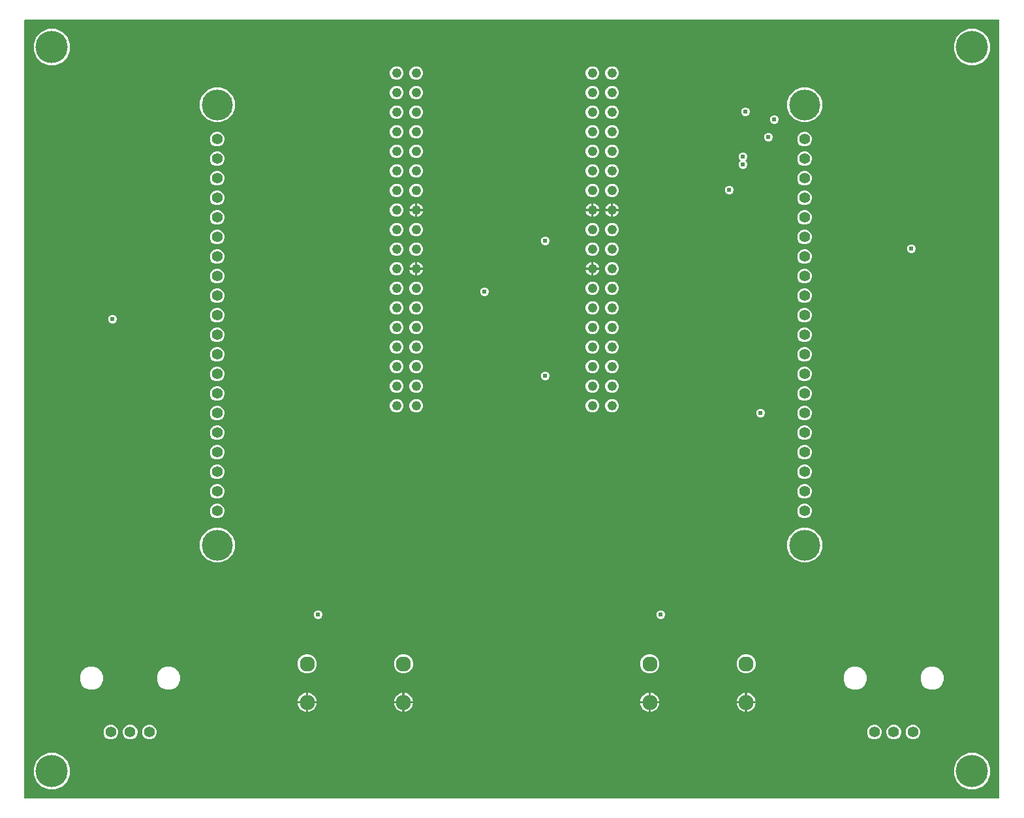
<source format=gbr>
G04 EAGLE Gerber RS-274X export*
G75*
%MOMM*%
%FSLAX34Y34*%
%LPD*%
%INCopper Layer 2*%
%IPPOS*%
%AMOC8*
5,1,8,0,0,1.08239X$1,22.5*%
G01*
%ADD10C,1.244600*%
%ADD11C,1.400000*%
%ADD12C,1.960000*%
%ADD13C,4.016000*%
%ADD14C,4.191000*%
%ADD15C,0.609600*%

G36*
X1266718Y2544D02*
X1266718Y2544D01*
X1266737Y2542D01*
X1266839Y2564D01*
X1266941Y2580D01*
X1266958Y2590D01*
X1266978Y2594D01*
X1267067Y2647D01*
X1267158Y2696D01*
X1267172Y2710D01*
X1267189Y2720D01*
X1267256Y2799D01*
X1267328Y2874D01*
X1267336Y2892D01*
X1267349Y2907D01*
X1267388Y3003D01*
X1267431Y3097D01*
X1267433Y3117D01*
X1267441Y3135D01*
X1267459Y3302D01*
X1267459Y1012698D01*
X1267456Y1012718D01*
X1267458Y1012737D01*
X1267436Y1012839D01*
X1267420Y1012941D01*
X1267410Y1012958D01*
X1267406Y1012978D01*
X1267353Y1013067D01*
X1267304Y1013158D01*
X1267290Y1013172D01*
X1267280Y1013189D01*
X1267201Y1013256D01*
X1267126Y1013328D01*
X1267108Y1013336D01*
X1267093Y1013349D01*
X1266997Y1013388D01*
X1266903Y1013431D01*
X1266883Y1013433D01*
X1266865Y1013441D01*
X1266698Y1013459D01*
X3302Y1013459D01*
X3282Y1013456D01*
X3263Y1013458D01*
X3161Y1013436D01*
X3059Y1013420D01*
X3042Y1013410D01*
X3022Y1013406D01*
X2933Y1013353D01*
X2842Y1013304D01*
X2828Y1013290D01*
X2811Y1013280D01*
X2744Y1013201D01*
X2672Y1013126D01*
X2664Y1013108D01*
X2651Y1013093D01*
X2612Y1012997D01*
X2569Y1012903D01*
X2567Y1012883D01*
X2559Y1012865D01*
X2541Y1012698D01*
X2541Y3302D01*
X2544Y3282D01*
X2542Y3263D01*
X2564Y3161D01*
X2580Y3059D01*
X2590Y3042D01*
X2594Y3022D01*
X2647Y2933D01*
X2696Y2842D01*
X2710Y2828D01*
X2720Y2811D01*
X2799Y2744D01*
X2874Y2672D01*
X2892Y2664D01*
X2907Y2651D01*
X3003Y2612D01*
X3097Y2569D01*
X3117Y2567D01*
X3135Y2559D01*
X3302Y2541D01*
X1266698Y2541D01*
X1266718Y2544D01*
G37*
%LPC*%
G36*
X1227226Y954404D02*
X1227226Y954404D01*
X1218591Y957981D01*
X1211981Y964591D01*
X1208404Y973226D01*
X1208404Y982574D01*
X1211981Y991209D01*
X1218591Y997819D01*
X1227226Y1001396D01*
X1236574Y1001396D01*
X1245209Y997819D01*
X1251819Y991209D01*
X1255396Y982574D01*
X1255396Y973226D01*
X1251819Y964591D01*
X1245209Y957981D01*
X1236574Y954404D01*
X1227226Y954404D01*
G37*
%LPD*%
%LPC*%
G36*
X33426Y954404D02*
X33426Y954404D01*
X24791Y957981D01*
X18181Y964591D01*
X14604Y973226D01*
X14604Y982574D01*
X18181Y991209D01*
X24791Y997819D01*
X33426Y1001396D01*
X42774Y1001396D01*
X51409Y997819D01*
X58019Y991209D01*
X61596Y982574D01*
X61596Y973226D01*
X58019Y964591D01*
X51409Y957981D01*
X42774Y954404D01*
X33426Y954404D01*
G37*
%LPD*%
%LPC*%
G36*
X1227226Y14604D02*
X1227226Y14604D01*
X1218591Y18181D01*
X1211981Y24791D01*
X1208404Y33426D01*
X1208404Y42774D01*
X1211981Y51409D01*
X1218591Y58019D01*
X1227226Y61596D01*
X1236574Y61596D01*
X1245209Y58019D01*
X1251819Y51409D01*
X1255396Y42774D01*
X1255396Y33426D01*
X1251819Y24791D01*
X1245209Y18181D01*
X1236574Y14604D01*
X1227226Y14604D01*
G37*
%LPD*%
%LPC*%
G36*
X33426Y14604D02*
X33426Y14604D01*
X24791Y18181D01*
X18181Y24791D01*
X14604Y33426D01*
X14604Y42774D01*
X18181Y51409D01*
X24791Y58019D01*
X33426Y61596D01*
X42774Y61596D01*
X51409Y58019D01*
X58019Y51409D01*
X61596Y42774D01*
X61596Y33426D01*
X58019Y24791D01*
X51409Y18181D01*
X42774Y14604D01*
X33426Y14604D01*
G37*
%LPD*%
%LPC*%
G36*
X248230Y308849D02*
X248230Y308849D01*
X239916Y312293D01*
X233553Y318656D01*
X230109Y326970D01*
X230109Y335970D01*
X233553Y344284D01*
X239916Y350647D01*
X248230Y354091D01*
X257230Y354091D01*
X265544Y350647D01*
X271907Y344284D01*
X275351Y335970D01*
X275351Y326970D01*
X271907Y318656D01*
X265544Y312293D01*
X257230Y308849D01*
X248230Y308849D01*
G37*
%LPD*%
%LPC*%
G36*
X1010230Y308849D02*
X1010230Y308849D01*
X1001916Y312293D01*
X995553Y318656D01*
X992109Y326970D01*
X992109Y335970D01*
X995553Y344284D01*
X1001916Y350647D01*
X1010230Y354091D01*
X1019230Y354091D01*
X1027544Y350647D01*
X1033907Y344284D01*
X1037351Y335970D01*
X1037351Y326970D01*
X1033907Y318656D01*
X1027544Y312293D01*
X1019230Y308849D01*
X1010230Y308849D01*
G37*
%LPD*%
%LPC*%
G36*
X1010230Y880349D02*
X1010230Y880349D01*
X1001916Y883793D01*
X995553Y890156D01*
X992109Y898470D01*
X992109Y907470D01*
X995553Y915784D01*
X1001916Y922147D01*
X1010230Y925591D01*
X1019230Y925591D01*
X1027544Y922147D01*
X1033907Y915784D01*
X1037351Y907470D01*
X1037351Y898470D01*
X1033907Y890156D01*
X1027544Y883793D01*
X1019230Y880349D01*
X1010230Y880349D01*
G37*
%LPD*%
%LPC*%
G36*
X248230Y880349D02*
X248230Y880349D01*
X239916Y883793D01*
X233553Y890156D01*
X230109Y898470D01*
X230109Y907470D01*
X233553Y915784D01*
X239916Y922147D01*
X248230Y925591D01*
X257230Y925591D01*
X265544Y922147D01*
X271907Y915784D01*
X275351Y907470D01*
X275351Y898470D01*
X271907Y890156D01*
X265544Y883793D01*
X257230Y880349D01*
X248230Y880349D01*
G37*
%LPD*%
%LPC*%
G36*
X86708Y143859D02*
X86708Y143859D01*
X81180Y146149D01*
X76949Y150380D01*
X74659Y155908D01*
X74659Y161892D01*
X76949Y167420D01*
X81180Y171651D01*
X86708Y173941D01*
X92692Y173941D01*
X98220Y171651D01*
X102451Y167420D01*
X104741Y161892D01*
X104741Y155908D01*
X102451Y150380D01*
X98220Y146149D01*
X92692Y143859D01*
X86708Y143859D01*
G37*
%LPD*%
%LPC*%
G36*
X186708Y143859D02*
X186708Y143859D01*
X181180Y146149D01*
X176949Y150380D01*
X174659Y155908D01*
X174659Y161892D01*
X176949Y167420D01*
X181180Y171651D01*
X186708Y173941D01*
X192692Y173941D01*
X198220Y171651D01*
X202451Y167420D01*
X204741Y161892D01*
X204741Y155908D01*
X202451Y150380D01*
X198220Y146149D01*
X192692Y143859D01*
X186708Y143859D01*
G37*
%LPD*%
%LPC*%
G36*
X1077308Y143859D02*
X1077308Y143859D01*
X1071780Y146149D01*
X1067549Y150380D01*
X1065259Y155908D01*
X1065259Y161892D01*
X1067549Y167420D01*
X1071780Y171651D01*
X1077308Y173941D01*
X1083292Y173941D01*
X1088820Y171651D01*
X1093051Y167420D01*
X1095341Y161892D01*
X1095341Y155908D01*
X1093051Y150380D01*
X1088820Y146149D01*
X1083292Y143859D01*
X1077308Y143859D01*
G37*
%LPD*%
%LPC*%
G36*
X1177308Y143859D02*
X1177308Y143859D01*
X1171780Y146149D01*
X1167549Y150380D01*
X1165259Y155908D01*
X1165259Y161892D01*
X1167549Y167420D01*
X1171780Y171651D01*
X1177308Y173941D01*
X1183292Y173941D01*
X1188820Y171651D01*
X1193051Y167420D01*
X1195341Y161892D01*
X1195341Y155908D01*
X1193051Y150380D01*
X1188820Y146149D01*
X1183292Y143859D01*
X1177308Y143859D01*
G37*
%LPD*%
%LPC*%
G36*
X811345Y165059D02*
X811345Y165059D01*
X806810Y166938D01*
X803338Y170410D01*
X801459Y174945D01*
X801459Y179855D01*
X803338Y184390D01*
X806810Y187862D01*
X811345Y189741D01*
X816255Y189741D01*
X820790Y187862D01*
X824262Y184390D01*
X826141Y179855D01*
X826141Y174945D01*
X824262Y170410D01*
X820790Y166938D01*
X816255Y165059D01*
X811345Y165059D01*
G37*
%LPD*%
%LPC*%
G36*
X936345Y165059D02*
X936345Y165059D01*
X931810Y166938D01*
X928338Y170410D01*
X926459Y174945D01*
X926459Y179855D01*
X928338Y184390D01*
X931810Y187862D01*
X936345Y189741D01*
X941255Y189741D01*
X945790Y187862D01*
X949262Y184390D01*
X951141Y179855D01*
X951141Y174945D01*
X949262Y170410D01*
X945790Y166938D01*
X941255Y165059D01*
X936345Y165059D01*
G37*
%LPD*%
%LPC*%
G36*
X366845Y165059D02*
X366845Y165059D01*
X362310Y166938D01*
X358838Y170410D01*
X356959Y174945D01*
X356959Y179855D01*
X358838Y184390D01*
X362310Y187862D01*
X366845Y189741D01*
X371755Y189741D01*
X376290Y187862D01*
X379762Y184390D01*
X381641Y179855D01*
X381641Y174945D01*
X379762Y170410D01*
X376290Y166938D01*
X371755Y165059D01*
X366845Y165059D01*
G37*
%LPD*%
%LPC*%
G36*
X491845Y165059D02*
X491845Y165059D01*
X487310Y166938D01*
X483838Y170410D01*
X481959Y174945D01*
X481959Y179855D01*
X483838Y184390D01*
X487310Y187862D01*
X491845Y189741D01*
X496755Y189741D01*
X501290Y187862D01*
X504762Y184390D01*
X506641Y179855D01*
X506641Y174945D01*
X504762Y170410D01*
X501290Y166938D01*
X496755Y165059D01*
X491845Y165059D01*
G37*
%LPD*%
%LPC*%
G36*
X1012832Y569579D02*
X1012832Y569579D01*
X1009326Y571032D01*
X1006642Y573716D01*
X1005189Y577222D01*
X1005189Y581018D01*
X1006642Y584524D01*
X1009326Y587208D01*
X1012832Y588661D01*
X1016628Y588661D01*
X1020134Y587208D01*
X1022818Y584524D01*
X1024271Y581018D01*
X1024271Y577222D01*
X1022818Y573716D01*
X1020134Y571032D01*
X1016628Y569579D01*
X1012832Y569579D01*
G37*
%LPD*%
%LPC*%
G36*
X1012832Y544179D02*
X1012832Y544179D01*
X1009326Y545632D01*
X1006642Y548316D01*
X1005189Y551822D01*
X1005189Y555618D01*
X1006642Y559124D01*
X1009326Y561808D01*
X1012832Y563261D01*
X1016628Y563261D01*
X1020134Y561808D01*
X1022818Y559124D01*
X1024271Y555618D01*
X1024271Y551822D01*
X1022818Y548316D01*
X1020134Y545632D01*
X1016628Y544179D01*
X1012832Y544179D01*
G37*
%LPD*%
%LPC*%
G36*
X1012832Y747379D02*
X1012832Y747379D01*
X1009326Y748832D01*
X1006642Y751516D01*
X1005189Y755022D01*
X1005189Y758818D01*
X1006642Y762324D01*
X1009326Y765008D01*
X1012832Y766461D01*
X1016628Y766461D01*
X1020134Y765008D01*
X1022818Y762324D01*
X1024271Y758818D01*
X1024271Y755022D01*
X1022818Y751516D01*
X1020134Y748832D01*
X1016628Y747379D01*
X1012832Y747379D01*
G37*
%LPD*%
%LPC*%
G36*
X250832Y747379D02*
X250832Y747379D01*
X247326Y748832D01*
X244642Y751516D01*
X243189Y755022D01*
X243189Y758818D01*
X244642Y762324D01*
X247326Y765008D01*
X250832Y766461D01*
X254628Y766461D01*
X258134Y765008D01*
X260818Y762324D01*
X262271Y758818D01*
X262271Y755022D01*
X260818Y751516D01*
X258134Y748832D01*
X254628Y747379D01*
X250832Y747379D01*
G37*
%LPD*%
%LPC*%
G36*
X250832Y544179D02*
X250832Y544179D01*
X247326Y545632D01*
X244642Y548316D01*
X243189Y551822D01*
X243189Y555618D01*
X244642Y559124D01*
X247326Y561808D01*
X250832Y563261D01*
X254628Y563261D01*
X258134Y561808D01*
X260818Y559124D01*
X262271Y555618D01*
X262271Y551822D01*
X260818Y548316D01*
X258134Y545632D01*
X254628Y544179D01*
X250832Y544179D01*
G37*
%LPD*%
%LPC*%
G36*
X1012832Y518779D02*
X1012832Y518779D01*
X1009326Y520232D01*
X1006642Y522916D01*
X1005189Y526422D01*
X1005189Y530218D01*
X1006642Y533724D01*
X1009326Y536408D01*
X1012832Y537861D01*
X1016628Y537861D01*
X1020134Y536408D01*
X1022818Y533724D01*
X1024271Y530218D01*
X1024271Y526422D01*
X1022818Y522916D01*
X1020134Y520232D01*
X1016628Y518779D01*
X1012832Y518779D01*
G37*
%LPD*%
%LPC*%
G36*
X250832Y518779D02*
X250832Y518779D01*
X247326Y520232D01*
X244642Y522916D01*
X243189Y526422D01*
X243189Y530218D01*
X244642Y533724D01*
X247326Y536408D01*
X250832Y537861D01*
X254628Y537861D01*
X258134Y536408D01*
X260818Y533724D01*
X262271Y530218D01*
X262271Y526422D01*
X260818Y522916D01*
X258134Y520232D01*
X254628Y518779D01*
X250832Y518779D01*
G37*
%LPD*%
%LPC*%
G36*
X1012832Y493379D02*
X1012832Y493379D01*
X1009326Y494832D01*
X1006642Y497516D01*
X1005189Y501022D01*
X1005189Y504818D01*
X1006642Y508324D01*
X1009326Y511008D01*
X1012832Y512461D01*
X1016628Y512461D01*
X1020134Y511008D01*
X1022818Y508324D01*
X1024271Y504818D01*
X1024271Y501022D01*
X1022818Y497516D01*
X1020134Y494832D01*
X1016628Y493379D01*
X1012832Y493379D01*
G37*
%LPD*%
%LPC*%
G36*
X250832Y493379D02*
X250832Y493379D01*
X247326Y494832D01*
X244642Y497516D01*
X243189Y501022D01*
X243189Y504818D01*
X244642Y508324D01*
X247326Y511008D01*
X250832Y512461D01*
X254628Y512461D01*
X258134Y511008D01*
X260818Y508324D01*
X262271Y504818D01*
X262271Y501022D01*
X260818Y497516D01*
X258134Y494832D01*
X254628Y493379D01*
X250832Y493379D01*
G37*
%LPD*%
%LPC*%
G36*
X1012832Y467979D02*
X1012832Y467979D01*
X1009326Y469432D01*
X1006642Y472116D01*
X1005189Y475622D01*
X1005189Y479418D01*
X1006642Y482924D01*
X1009326Y485608D01*
X1012832Y487061D01*
X1016628Y487061D01*
X1020134Y485608D01*
X1022818Y482924D01*
X1024271Y479418D01*
X1024271Y475622D01*
X1022818Y472116D01*
X1020134Y469432D01*
X1016628Y467979D01*
X1012832Y467979D01*
G37*
%LPD*%
%LPC*%
G36*
X250832Y467979D02*
X250832Y467979D01*
X247326Y469432D01*
X244642Y472116D01*
X243189Y475622D01*
X243189Y479418D01*
X244642Y482924D01*
X247326Y485608D01*
X250832Y487061D01*
X254628Y487061D01*
X258134Y485608D01*
X260818Y482924D01*
X262271Y479418D01*
X262271Y475622D01*
X260818Y472116D01*
X258134Y469432D01*
X254628Y467979D01*
X250832Y467979D01*
G37*
%LPD*%
%LPC*%
G36*
X1012832Y442579D02*
X1012832Y442579D01*
X1009326Y444032D01*
X1006642Y446716D01*
X1005189Y450222D01*
X1005189Y454018D01*
X1006642Y457524D01*
X1009326Y460208D01*
X1012832Y461661D01*
X1016628Y461661D01*
X1020134Y460208D01*
X1022818Y457524D01*
X1024271Y454018D01*
X1024271Y450222D01*
X1022818Y446716D01*
X1020134Y444032D01*
X1016628Y442579D01*
X1012832Y442579D01*
G37*
%LPD*%
%LPC*%
G36*
X1012832Y417179D02*
X1012832Y417179D01*
X1009326Y418632D01*
X1006642Y421316D01*
X1005189Y424822D01*
X1005189Y428618D01*
X1006642Y432124D01*
X1009326Y434808D01*
X1012832Y436261D01*
X1016628Y436261D01*
X1020134Y434808D01*
X1022818Y432124D01*
X1024271Y428618D01*
X1024271Y424822D01*
X1022818Y421316D01*
X1020134Y418632D01*
X1016628Y417179D01*
X1012832Y417179D01*
G37*
%LPD*%
%LPC*%
G36*
X250832Y417179D02*
X250832Y417179D01*
X247326Y418632D01*
X244642Y421316D01*
X243189Y424822D01*
X243189Y428618D01*
X244642Y432124D01*
X247326Y434808D01*
X250832Y436261D01*
X254628Y436261D01*
X258134Y434808D01*
X260818Y432124D01*
X262271Y428618D01*
X262271Y424822D01*
X260818Y421316D01*
X258134Y418632D01*
X254628Y417179D01*
X250832Y417179D01*
G37*
%LPD*%
%LPC*%
G36*
X1012832Y391779D02*
X1012832Y391779D01*
X1009326Y393232D01*
X1006642Y395916D01*
X1005189Y399422D01*
X1005189Y403218D01*
X1006642Y406724D01*
X1009326Y409408D01*
X1012832Y410861D01*
X1016628Y410861D01*
X1020134Y409408D01*
X1022818Y406724D01*
X1024271Y403218D01*
X1024271Y399422D01*
X1022818Y395916D01*
X1020134Y393232D01*
X1016628Y391779D01*
X1012832Y391779D01*
G37*
%LPD*%
%LPC*%
G36*
X250832Y391779D02*
X250832Y391779D01*
X247326Y393232D01*
X244642Y395916D01*
X243189Y399422D01*
X243189Y403218D01*
X244642Y406724D01*
X247326Y409408D01*
X250832Y410861D01*
X254628Y410861D01*
X258134Y409408D01*
X260818Y406724D01*
X262271Y403218D01*
X262271Y399422D01*
X260818Y395916D01*
X258134Y393232D01*
X254628Y391779D01*
X250832Y391779D01*
G37*
%LPD*%
%LPC*%
G36*
X1012832Y366379D02*
X1012832Y366379D01*
X1009326Y367832D01*
X1006642Y370516D01*
X1005189Y374022D01*
X1005189Y377818D01*
X1006642Y381324D01*
X1009326Y384008D01*
X1012832Y385461D01*
X1016628Y385461D01*
X1020134Y384008D01*
X1022818Y381324D01*
X1024271Y377818D01*
X1024271Y374022D01*
X1022818Y370516D01*
X1020134Y367832D01*
X1016628Y366379D01*
X1012832Y366379D01*
G37*
%LPD*%
%LPC*%
G36*
X1012832Y721979D02*
X1012832Y721979D01*
X1009326Y723432D01*
X1006642Y726116D01*
X1005189Y729622D01*
X1005189Y733418D01*
X1006642Y736924D01*
X1009326Y739608D01*
X1012832Y741061D01*
X1016628Y741061D01*
X1020134Y739608D01*
X1022818Y736924D01*
X1024271Y733418D01*
X1024271Y729622D01*
X1022818Y726116D01*
X1020134Y723432D01*
X1016628Y721979D01*
X1012832Y721979D01*
G37*
%LPD*%
%LPC*%
G36*
X1012832Y848979D02*
X1012832Y848979D01*
X1009326Y850432D01*
X1006642Y853116D01*
X1005189Y856622D01*
X1005189Y860418D01*
X1006642Y863924D01*
X1009326Y866608D01*
X1012832Y868061D01*
X1016628Y868061D01*
X1020134Y866608D01*
X1022818Y863924D01*
X1024271Y860418D01*
X1024271Y856622D01*
X1022818Y853116D01*
X1020134Y850432D01*
X1016628Y848979D01*
X1012832Y848979D01*
G37*
%LPD*%
%LPC*%
G36*
X250832Y848979D02*
X250832Y848979D01*
X247326Y850432D01*
X244642Y853116D01*
X243189Y856622D01*
X243189Y860418D01*
X244642Y863924D01*
X247326Y866608D01*
X250832Y868061D01*
X254628Y868061D01*
X258134Y866608D01*
X260818Y863924D01*
X262271Y860418D01*
X262271Y856622D01*
X260818Y853116D01*
X258134Y850432D01*
X254628Y848979D01*
X250832Y848979D01*
G37*
%LPD*%
%LPC*%
G36*
X250832Y721979D02*
X250832Y721979D01*
X247326Y723432D01*
X244642Y726116D01*
X243189Y729622D01*
X243189Y733418D01*
X244642Y736924D01*
X247326Y739608D01*
X250832Y741061D01*
X254628Y741061D01*
X258134Y739608D01*
X260818Y736924D01*
X262271Y733418D01*
X262271Y729622D01*
X260818Y726116D01*
X258134Y723432D01*
X254628Y721979D01*
X250832Y721979D01*
G37*
%LPD*%
%LPC*%
G36*
X250832Y366379D02*
X250832Y366379D01*
X247326Y367832D01*
X244642Y370516D01*
X243189Y374022D01*
X243189Y377818D01*
X244642Y381324D01*
X247326Y384008D01*
X250832Y385461D01*
X254628Y385461D01*
X258134Y384008D01*
X260818Y381324D01*
X262271Y377818D01*
X262271Y374022D01*
X260818Y370516D01*
X258134Y367832D01*
X254628Y366379D01*
X250832Y366379D01*
G37*
%LPD*%
%LPC*%
G36*
X250832Y569579D02*
X250832Y569579D01*
X247326Y571032D01*
X244642Y573716D01*
X243189Y577222D01*
X243189Y581018D01*
X244642Y584524D01*
X247326Y587208D01*
X250832Y588661D01*
X254628Y588661D01*
X258134Y587208D01*
X260818Y584524D01*
X262271Y581018D01*
X262271Y577222D01*
X260818Y573716D01*
X258134Y571032D01*
X254628Y569579D01*
X250832Y569579D01*
G37*
%LPD*%
%LPC*%
G36*
X1153402Y79359D02*
X1153402Y79359D01*
X1149896Y80812D01*
X1147212Y83496D01*
X1145759Y87002D01*
X1145759Y90798D01*
X1147212Y94304D01*
X1149896Y96988D01*
X1153402Y98441D01*
X1157198Y98441D01*
X1160704Y96988D01*
X1163388Y94304D01*
X1164841Y90798D01*
X1164841Y87002D01*
X1163388Y83496D01*
X1160704Y80812D01*
X1157198Y79359D01*
X1153402Y79359D01*
G37*
%LPD*%
%LPC*%
G36*
X1128402Y79359D02*
X1128402Y79359D01*
X1124896Y80812D01*
X1122212Y83496D01*
X1120759Y87002D01*
X1120759Y90798D01*
X1122212Y94304D01*
X1124896Y96988D01*
X1128402Y98441D01*
X1132198Y98441D01*
X1135704Y96988D01*
X1138388Y94304D01*
X1139841Y90798D01*
X1139841Y87002D01*
X1138388Y83496D01*
X1135704Y80812D01*
X1132198Y79359D01*
X1128402Y79359D01*
G37*
%LPD*%
%LPC*%
G36*
X1012832Y823579D02*
X1012832Y823579D01*
X1009326Y825032D01*
X1006642Y827716D01*
X1005189Y831222D01*
X1005189Y835018D01*
X1006642Y838524D01*
X1009326Y841208D01*
X1012832Y842661D01*
X1016628Y842661D01*
X1020134Y841208D01*
X1022818Y838524D01*
X1024271Y835018D01*
X1024271Y831222D01*
X1022818Y827716D01*
X1020134Y825032D01*
X1016628Y823579D01*
X1012832Y823579D01*
G37*
%LPD*%
%LPC*%
G36*
X250832Y823579D02*
X250832Y823579D01*
X247326Y825032D01*
X244642Y827716D01*
X243189Y831222D01*
X243189Y835018D01*
X244642Y838524D01*
X247326Y841208D01*
X250832Y842661D01*
X254628Y842661D01*
X258134Y841208D01*
X260818Y838524D01*
X262271Y835018D01*
X262271Y831222D01*
X260818Y827716D01*
X258134Y825032D01*
X254628Y823579D01*
X250832Y823579D01*
G37*
%LPD*%
%LPC*%
G36*
X1103402Y79359D02*
X1103402Y79359D01*
X1099896Y80812D01*
X1097212Y83496D01*
X1095759Y87002D01*
X1095759Y90798D01*
X1097212Y94304D01*
X1099896Y96988D01*
X1103402Y98441D01*
X1107198Y98441D01*
X1110704Y96988D01*
X1113388Y94304D01*
X1114841Y90798D01*
X1114841Y87002D01*
X1113388Y83496D01*
X1110704Y80812D01*
X1107198Y79359D01*
X1103402Y79359D01*
G37*
%LPD*%
%LPC*%
G36*
X162802Y79359D02*
X162802Y79359D01*
X159296Y80812D01*
X156612Y83496D01*
X155159Y87002D01*
X155159Y90798D01*
X156612Y94304D01*
X159296Y96988D01*
X162802Y98441D01*
X166598Y98441D01*
X170104Y96988D01*
X172788Y94304D01*
X174241Y90798D01*
X174241Y87002D01*
X172788Y83496D01*
X170104Y80812D01*
X166598Y79359D01*
X162802Y79359D01*
G37*
%LPD*%
%LPC*%
G36*
X1012832Y696579D02*
X1012832Y696579D01*
X1009326Y698032D01*
X1006642Y700716D01*
X1005189Y704222D01*
X1005189Y708018D01*
X1006642Y711524D01*
X1009326Y714208D01*
X1012832Y715661D01*
X1016628Y715661D01*
X1020134Y714208D01*
X1022818Y711524D01*
X1024271Y708018D01*
X1024271Y704222D01*
X1022818Y700716D01*
X1020134Y698032D01*
X1016628Y696579D01*
X1012832Y696579D01*
G37*
%LPD*%
%LPC*%
G36*
X250832Y696579D02*
X250832Y696579D01*
X247326Y698032D01*
X244642Y700716D01*
X243189Y704222D01*
X243189Y708018D01*
X244642Y711524D01*
X247326Y714208D01*
X250832Y715661D01*
X254628Y715661D01*
X258134Y714208D01*
X260818Y711524D01*
X262271Y708018D01*
X262271Y704222D01*
X260818Y700716D01*
X258134Y698032D01*
X254628Y696579D01*
X250832Y696579D01*
G37*
%LPD*%
%LPC*%
G36*
X137802Y79359D02*
X137802Y79359D01*
X134296Y80812D01*
X131612Y83496D01*
X130159Y87002D01*
X130159Y90798D01*
X131612Y94304D01*
X134296Y96988D01*
X137802Y98441D01*
X141598Y98441D01*
X145104Y96988D01*
X147788Y94304D01*
X149241Y90798D01*
X149241Y87002D01*
X147788Y83496D01*
X145104Y80812D01*
X141598Y79359D01*
X137802Y79359D01*
G37*
%LPD*%
%LPC*%
G36*
X1012832Y798179D02*
X1012832Y798179D01*
X1009326Y799632D01*
X1006642Y802316D01*
X1005189Y805822D01*
X1005189Y809618D01*
X1006642Y813124D01*
X1009326Y815808D01*
X1012832Y817261D01*
X1016628Y817261D01*
X1020134Y815808D01*
X1022818Y813124D01*
X1024271Y809618D01*
X1024271Y805822D01*
X1022818Y802316D01*
X1020134Y799632D01*
X1016628Y798179D01*
X1012832Y798179D01*
G37*
%LPD*%
%LPC*%
G36*
X250832Y798179D02*
X250832Y798179D01*
X247326Y799632D01*
X244642Y802316D01*
X243189Y805822D01*
X243189Y809618D01*
X244642Y813124D01*
X247326Y815808D01*
X250832Y817261D01*
X254628Y817261D01*
X258134Y815808D01*
X260818Y813124D01*
X262271Y809618D01*
X262271Y805822D01*
X260818Y802316D01*
X258134Y799632D01*
X254628Y798179D01*
X250832Y798179D01*
G37*
%LPD*%
%LPC*%
G36*
X112802Y79359D02*
X112802Y79359D01*
X109296Y80812D01*
X106612Y83496D01*
X105159Y87002D01*
X105159Y90798D01*
X106612Y94304D01*
X109296Y96988D01*
X112802Y98441D01*
X116598Y98441D01*
X120104Y96988D01*
X122788Y94304D01*
X124241Y90798D01*
X124241Y87002D01*
X122788Y83496D01*
X120104Y80812D01*
X116598Y79359D01*
X112802Y79359D01*
G37*
%LPD*%
%LPC*%
G36*
X1012832Y671179D02*
X1012832Y671179D01*
X1009326Y672632D01*
X1006642Y675316D01*
X1005189Y678822D01*
X1005189Y682618D01*
X1006642Y686124D01*
X1009326Y688808D01*
X1012832Y690261D01*
X1016628Y690261D01*
X1020134Y688808D01*
X1022818Y686124D01*
X1024271Y682618D01*
X1024271Y678822D01*
X1022818Y675316D01*
X1020134Y672632D01*
X1016628Y671179D01*
X1012832Y671179D01*
G37*
%LPD*%
%LPC*%
G36*
X250832Y671179D02*
X250832Y671179D01*
X247326Y672632D01*
X244642Y675316D01*
X243189Y678822D01*
X243189Y682618D01*
X244642Y686124D01*
X247326Y688808D01*
X250832Y690261D01*
X254628Y690261D01*
X258134Y688808D01*
X260818Y686124D01*
X262271Y682618D01*
X262271Y678822D01*
X260818Y675316D01*
X258134Y672632D01*
X254628Y671179D01*
X250832Y671179D01*
G37*
%LPD*%
%LPC*%
G36*
X250832Y442579D02*
X250832Y442579D01*
X247326Y444032D01*
X244642Y446716D01*
X243189Y450222D01*
X243189Y454018D01*
X244642Y457524D01*
X247326Y460208D01*
X250832Y461661D01*
X254628Y461661D01*
X258134Y460208D01*
X260818Y457524D01*
X262271Y454018D01*
X262271Y450222D01*
X260818Y446716D01*
X258134Y444032D01*
X254628Y442579D01*
X250832Y442579D01*
G37*
%LPD*%
%LPC*%
G36*
X1012832Y645779D02*
X1012832Y645779D01*
X1009326Y647232D01*
X1006642Y649916D01*
X1005189Y653422D01*
X1005189Y657218D01*
X1006642Y660724D01*
X1009326Y663408D01*
X1012832Y664861D01*
X1016628Y664861D01*
X1020134Y663408D01*
X1022818Y660724D01*
X1024271Y657218D01*
X1024271Y653422D01*
X1022818Y649916D01*
X1020134Y647232D01*
X1016628Y645779D01*
X1012832Y645779D01*
G37*
%LPD*%
%LPC*%
G36*
X1012832Y772779D02*
X1012832Y772779D01*
X1009326Y774232D01*
X1006642Y776916D01*
X1005189Y780422D01*
X1005189Y784218D01*
X1006642Y787724D01*
X1009326Y790408D01*
X1012832Y791861D01*
X1016628Y791861D01*
X1020134Y790408D01*
X1022818Y787724D01*
X1024271Y784218D01*
X1024271Y780422D01*
X1022818Y776916D01*
X1020134Y774232D01*
X1016628Y772779D01*
X1012832Y772779D01*
G37*
%LPD*%
%LPC*%
G36*
X250832Y772779D02*
X250832Y772779D01*
X247326Y774232D01*
X244642Y776916D01*
X243189Y780422D01*
X243189Y784218D01*
X244642Y787724D01*
X247326Y790408D01*
X250832Y791861D01*
X254628Y791861D01*
X258134Y790408D01*
X260818Y787724D01*
X262271Y784218D01*
X262271Y780422D01*
X260818Y776916D01*
X258134Y774232D01*
X254628Y772779D01*
X250832Y772779D01*
G37*
%LPD*%
%LPC*%
G36*
X250832Y645779D02*
X250832Y645779D01*
X247326Y647232D01*
X244642Y649916D01*
X243189Y653422D01*
X243189Y657218D01*
X244642Y660724D01*
X247326Y663408D01*
X250832Y664861D01*
X254628Y664861D01*
X258134Y663408D01*
X260818Y660724D01*
X262271Y657218D01*
X262271Y653422D01*
X260818Y649916D01*
X258134Y647232D01*
X254628Y645779D01*
X250832Y645779D01*
G37*
%LPD*%
%LPC*%
G36*
X1012832Y620379D02*
X1012832Y620379D01*
X1009326Y621832D01*
X1006642Y624516D01*
X1005189Y628022D01*
X1005189Y631818D01*
X1006642Y635324D01*
X1009326Y638008D01*
X1012832Y639461D01*
X1016628Y639461D01*
X1020134Y638008D01*
X1022818Y635324D01*
X1024271Y631818D01*
X1024271Y628022D01*
X1022818Y624516D01*
X1020134Y621832D01*
X1016628Y620379D01*
X1012832Y620379D01*
G37*
%LPD*%
%LPC*%
G36*
X250832Y620379D02*
X250832Y620379D01*
X247326Y621832D01*
X244642Y624516D01*
X243189Y628022D01*
X243189Y631818D01*
X244642Y635324D01*
X247326Y638008D01*
X250832Y639461D01*
X254628Y639461D01*
X258134Y638008D01*
X260818Y635324D01*
X262271Y631818D01*
X262271Y628022D01*
X260818Y624516D01*
X258134Y621832D01*
X254628Y620379D01*
X250832Y620379D01*
G37*
%LPD*%
%LPC*%
G36*
X1012832Y594979D02*
X1012832Y594979D01*
X1009326Y596432D01*
X1006642Y599116D01*
X1005189Y602622D01*
X1005189Y606418D01*
X1006642Y609924D01*
X1009326Y612608D01*
X1012832Y614061D01*
X1016628Y614061D01*
X1020134Y612608D01*
X1022818Y609924D01*
X1024271Y606418D01*
X1024271Y602622D01*
X1022818Y599116D01*
X1020134Y596432D01*
X1016628Y594979D01*
X1012832Y594979D01*
G37*
%LPD*%
%LPC*%
G36*
X250832Y594979D02*
X250832Y594979D01*
X247326Y596432D01*
X244642Y599116D01*
X243189Y602622D01*
X243189Y606418D01*
X244642Y609924D01*
X247326Y612608D01*
X250832Y614061D01*
X254628Y614061D01*
X258134Y612608D01*
X260818Y609924D01*
X262271Y606418D01*
X262271Y602622D01*
X260818Y599116D01*
X258134Y596432D01*
X254628Y594979D01*
X250832Y594979D01*
G37*
%LPD*%
%LPC*%
G36*
X737657Y935436D02*
X737657Y935436D01*
X734436Y936770D01*
X731970Y939236D01*
X730636Y942457D01*
X730636Y945943D01*
X731970Y949164D01*
X734436Y951630D01*
X737657Y952964D01*
X741143Y952964D01*
X744364Y951630D01*
X746830Y949164D01*
X748164Y945943D01*
X748164Y942457D01*
X746830Y939236D01*
X744364Y936770D01*
X741143Y935436D01*
X737657Y935436D01*
G37*
%LPD*%
%LPC*%
G36*
X509057Y935436D02*
X509057Y935436D01*
X505836Y936770D01*
X503370Y939236D01*
X502036Y942457D01*
X502036Y945943D01*
X503370Y949164D01*
X505836Y951630D01*
X509057Y952964D01*
X512543Y952964D01*
X515764Y951630D01*
X518230Y949164D01*
X519564Y945943D01*
X519564Y942457D01*
X518230Y939236D01*
X515764Y936770D01*
X512543Y935436D01*
X509057Y935436D01*
G37*
%LPD*%
%LPC*%
G36*
X763057Y935436D02*
X763057Y935436D01*
X759836Y936770D01*
X757370Y939236D01*
X756036Y942457D01*
X756036Y945943D01*
X757370Y949164D01*
X759836Y951630D01*
X763057Y952964D01*
X766543Y952964D01*
X769764Y951630D01*
X772230Y949164D01*
X773564Y945943D01*
X773564Y942457D01*
X772230Y939236D01*
X769764Y936770D01*
X766543Y935436D01*
X763057Y935436D01*
G37*
%LPD*%
%LPC*%
G36*
X483657Y935436D02*
X483657Y935436D01*
X480436Y936770D01*
X477970Y939236D01*
X476636Y942457D01*
X476636Y945943D01*
X477970Y949164D01*
X480436Y951630D01*
X483657Y952964D01*
X487143Y952964D01*
X490364Y951630D01*
X492830Y949164D01*
X494164Y945943D01*
X494164Y942457D01*
X492830Y939236D01*
X490364Y936770D01*
X487143Y935436D01*
X483657Y935436D01*
G37*
%LPD*%
%LPC*%
G36*
X737657Y910036D02*
X737657Y910036D01*
X734436Y911370D01*
X731970Y913836D01*
X730636Y917057D01*
X730636Y920543D01*
X731970Y923764D01*
X734436Y926230D01*
X737657Y927564D01*
X741143Y927564D01*
X744364Y926230D01*
X746830Y923764D01*
X748164Y920543D01*
X748164Y917057D01*
X746830Y913836D01*
X744364Y911370D01*
X741143Y910036D01*
X737657Y910036D01*
G37*
%LPD*%
%LPC*%
G36*
X509057Y910036D02*
X509057Y910036D01*
X505836Y911370D01*
X503370Y913836D01*
X502036Y917057D01*
X502036Y920543D01*
X503370Y923764D01*
X505836Y926230D01*
X509057Y927564D01*
X512543Y927564D01*
X515764Y926230D01*
X518230Y923764D01*
X519564Y920543D01*
X519564Y917057D01*
X518230Y913836D01*
X515764Y911370D01*
X512543Y910036D01*
X509057Y910036D01*
G37*
%LPD*%
%LPC*%
G36*
X763057Y910036D02*
X763057Y910036D01*
X759836Y911370D01*
X757370Y913836D01*
X756036Y917057D01*
X756036Y920543D01*
X757370Y923764D01*
X759836Y926230D01*
X763057Y927564D01*
X766543Y927564D01*
X769764Y926230D01*
X772230Y923764D01*
X773564Y920543D01*
X773564Y917057D01*
X772230Y913836D01*
X769764Y911370D01*
X766543Y910036D01*
X763057Y910036D01*
G37*
%LPD*%
%LPC*%
G36*
X483657Y910036D02*
X483657Y910036D01*
X480436Y911370D01*
X477970Y913836D01*
X476636Y917057D01*
X476636Y920543D01*
X477970Y923764D01*
X480436Y926230D01*
X483657Y927564D01*
X487143Y927564D01*
X490364Y926230D01*
X492830Y923764D01*
X494164Y920543D01*
X494164Y917057D01*
X492830Y913836D01*
X490364Y911370D01*
X487143Y910036D01*
X483657Y910036D01*
G37*
%LPD*%
%LPC*%
G36*
X763057Y884636D02*
X763057Y884636D01*
X759836Y885970D01*
X757370Y888436D01*
X756036Y891657D01*
X756036Y895143D01*
X757370Y898364D01*
X759836Y900830D01*
X763057Y902164D01*
X766543Y902164D01*
X769764Y900830D01*
X772230Y898364D01*
X773564Y895143D01*
X773564Y891657D01*
X772230Y888436D01*
X769764Y885970D01*
X766543Y884636D01*
X763057Y884636D01*
G37*
%LPD*%
%LPC*%
G36*
X737657Y884636D02*
X737657Y884636D01*
X734436Y885970D01*
X731970Y888436D01*
X730636Y891657D01*
X730636Y895143D01*
X731970Y898364D01*
X734436Y900830D01*
X737657Y902164D01*
X741143Y902164D01*
X744364Y900830D01*
X746830Y898364D01*
X748164Y895143D01*
X748164Y891657D01*
X746830Y888436D01*
X744364Y885970D01*
X741143Y884636D01*
X737657Y884636D01*
G37*
%LPD*%
%LPC*%
G36*
X509057Y884636D02*
X509057Y884636D01*
X505836Y885970D01*
X503370Y888436D01*
X502036Y891657D01*
X502036Y895143D01*
X503370Y898364D01*
X505836Y900830D01*
X509057Y902164D01*
X512543Y902164D01*
X515764Y900830D01*
X518230Y898364D01*
X519564Y895143D01*
X519564Y891657D01*
X518230Y888436D01*
X515764Y885970D01*
X512543Y884636D01*
X509057Y884636D01*
G37*
%LPD*%
%LPC*%
G36*
X483657Y884636D02*
X483657Y884636D01*
X480436Y885970D01*
X477970Y888436D01*
X476636Y891657D01*
X476636Y895143D01*
X477970Y898364D01*
X480436Y900830D01*
X483657Y902164D01*
X487143Y902164D01*
X490364Y900830D01*
X492830Y898364D01*
X494164Y895143D01*
X494164Y891657D01*
X492830Y888436D01*
X490364Y885970D01*
X487143Y884636D01*
X483657Y884636D01*
G37*
%LPD*%
%LPC*%
G36*
X737657Y503636D02*
X737657Y503636D01*
X734436Y504970D01*
X731970Y507436D01*
X730636Y510657D01*
X730636Y514143D01*
X731970Y517364D01*
X734436Y519830D01*
X737657Y521164D01*
X741143Y521164D01*
X744364Y519830D01*
X746830Y517364D01*
X748164Y514143D01*
X748164Y510657D01*
X746830Y507436D01*
X744364Y504970D01*
X741143Y503636D01*
X737657Y503636D01*
G37*
%LPD*%
%LPC*%
G36*
X509057Y503636D02*
X509057Y503636D01*
X505836Y504970D01*
X503370Y507436D01*
X502036Y510657D01*
X502036Y514143D01*
X503370Y517364D01*
X505836Y519830D01*
X509057Y521164D01*
X512543Y521164D01*
X515764Y519830D01*
X518230Y517364D01*
X519564Y514143D01*
X519564Y510657D01*
X518230Y507436D01*
X515764Y504970D01*
X512543Y503636D01*
X509057Y503636D01*
G37*
%LPD*%
%LPC*%
G36*
X737657Y859236D02*
X737657Y859236D01*
X734436Y860570D01*
X731970Y863036D01*
X730636Y866257D01*
X730636Y869743D01*
X731970Y872964D01*
X734436Y875430D01*
X737657Y876764D01*
X741143Y876764D01*
X744364Y875430D01*
X746830Y872964D01*
X748164Y869743D01*
X748164Y866257D01*
X746830Y863036D01*
X744364Y860570D01*
X741143Y859236D01*
X737657Y859236D01*
G37*
%LPD*%
%LPC*%
G36*
X509057Y859236D02*
X509057Y859236D01*
X505836Y860570D01*
X503370Y863036D01*
X502036Y866257D01*
X502036Y869743D01*
X503370Y872964D01*
X505836Y875430D01*
X509057Y876764D01*
X512543Y876764D01*
X515764Y875430D01*
X518230Y872964D01*
X519564Y869743D01*
X519564Y866257D01*
X518230Y863036D01*
X515764Y860570D01*
X512543Y859236D01*
X509057Y859236D01*
G37*
%LPD*%
%LPC*%
G36*
X763057Y859236D02*
X763057Y859236D01*
X759836Y860570D01*
X757370Y863036D01*
X756036Y866257D01*
X756036Y869743D01*
X757370Y872964D01*
X759836Y875430D01*
X763057Y876764D01*
X766543Y876764D01*
X769764Y875430D01*
X772230Y872964D01*
X773564Y869743D01*
X773564Y866257D01*
X772230Y863036D01*
X769764Y860570D01*
X766543Y859236D01*
X763057Y859236D01*
G37*
%LPD*%
%LPC*%
G36*
X483657Y859236D02*
X483657Y859236D01*
X480436Y860570D01*
X477970Y863036D01*
X476636Y866257D01*
X476636Y869743D01*
X477970Y872964D01*
X480436Y875430D01*
X483657Y876764D01*
X487143Y876764D01*
X490364Y875430D01*
X492830Y872964D01*
X494164Y869743D01*
X494164Y866257D01*
X492830Y863036D01*
X490364Y860570D01*
X487143Y859236D01*
X483657Y859236D01*
G37*
%LPD*%
%LPC*%
G36*
X483657Y503636D02*
X483657Y503636D01*
X480436Y504970D01*
X477970Y507436D01*
X476636Y510657D01*
X476636Y514143D01*
X477970Y517364D01*
X480436Y519830D01*
X483657Y521164D01*
X487143Y521164D01*
X490364Y519830D01*
X492830Y517364D01*
X494164Y514143D01*
X494164Y510657D01*
X492830Y507436D01*
X490364Y504970D01*
X487143Y503636D01*
X483657Y503636D01*
G37*
%LPD*%
%LPC*%
G36*
X509057Y833836D02*
X509057Y833836D01*
X505836Y835170D01*
X503370Y837636D01*
X502036Y840857D01*
X502036Y844343D01*
X503370Y847564D01*
X505836Y850030D01*
X509057Y851364D01*
X512543Y851364D01*
X515764Y850030D01*
X518230Y847564D01*
X519564Y844343D01*
X519564Y840857D01*
X518230Y837636D01*
X515764Y835170D01*
X512543Y833836D01*
X509057Y833836D01*
G37*
%LPD*%
%LPC*%
G36*
X483657Y833836D02*
X483657Y833836D01*
X480436Y835170D01*
X477970Y837636D01*
X476636Y840857D01*
X476636Y844343D01*
X477970Y847564D01*
X480436Y850030D01*
X483657Y851364D01*
X487143Y851364D01*
X490364Y850030D01*
X492830Y847564D01*
X494164Y844343D01*
X494164Y840857D01*
X492830Y837636D01*
X490364Y835170D01*
X487143Y833836D01*
X483657Y833836D01*
G37*
%LPD*%
%LPC*%
G36*
X763057Y833836D02*
X763057Y833836D01*
X759836Y835170D01*
X757370Y837636D01*
X756036Y840857D01*
X756036Y844343D01*
X757370Y847564D01*
X759836Y850030D01*
X763057Y851364D01*
X766543Y851364D01*
X769764Y850030D01*
X772230Y847564D01*
X773564Y844343D01*
X773564Y840857D01*
X772230Y837636D01*
X769764Y835170D01*
X766543Y833836D01*
X763057Y833836D01*
G37*
%LPD*%
%LPC*%
G36*
X737657Y833836D02*
X737657Y833836D01*
X734436Y835170D01*
X731970Y837636D01*
X730636Y840857D01*
X730636Y844343D01*
X731970Y847564D01*
X734436Y850030D01*
X737657Y851364D01*
X741143Y851364D01*
X744364Y850030D01*
X746830Y847564D01*
X748164Y844343D01*
X748164Y840857D01*
X746830Y837636D01*
X744364Y835170D01*
X741143Y833836D01*
X737657Y833836D01*
G37*
%LPD*%
%LPC*%
G36*
X763057Y605236D02*
X763057Y605236D01*
X759836Y606570D01*
X757370Y609036D01*
X756036Y612257D01*
X756036Y615743D01*
X757370Y618964D01*
X759836Y621430D01*
X763057Y622764D01*
X766543Y622764D01*
X769764Y621430D01*
X772230Y618964D01*
X773564Y615743D01*
X773564Y612257D01*
X772230Y609036D01*
X769764Y606570D01*
X766543Y605236D01*
X763057Y605236D01*
G37*
%LPD*%
%LPC*%
G36*
X763057Y808436D02*
X763057Y808436D01*
X759836Y809770D01*
X757370Y812236D01*
X756036Y815457D01*
X756036Y818943D01*
X757370Y822164D01*
X759836Y824630D01*
X763057Y825964D01*
X766543Y825964D01*
X769764Y824630D01*
X772230Y822164D01*
X773564Y818943D01*
X773564Y815457D01*
X772230Y812236D01*
X769764Y809770D01*
X766543Y808436D01*
X763057Y808436D01*
G37*
%LPD*%
%LPC*%
G36*
X737657Y808436D02*
X737657Y808436D01*
X734436Y809770D01*
X731970Y812236D01*
X730636Y815457D01*
X730636Y818943D01*
X731970Y822164D01*
X734436Y824630D01*
X737657Y825964D01*
X741143Y825964D01*
X744364Y824630D01*
X746830Y822164D01*
X748164Y818943D01*
X748164Y815457D01*
X746830Y812236D01*
X744364Y809770D01*
X741143Y808436D01*
X737657Y808436D01*
G37*
%LPD*%
%LPC*%
G36*
X509057Y808436D02*
X509057Y808436D01*
X505836Y809770D01*
X503370Y812236D01*
X502036Y815457D01*
X502036Y818943D01*
X503370Y822164D01*
X505836Y824630D01*
X509057Y825964D01*
X512543Y825964D01*
X515764Y824630D01*
X518230Y822164D01*
X519564Y818943D01*
X519564Y815457D01*
X518230Y812236D01*
X515764Y809770D01*
X512543Y808436D01*
X509057Y808436D01*
G37*
%LPD*%
%LPC*%
G36*
X483657Y808436D02*
X483657Y808436D01*
X480436Y809770D01*
X477970Y812236D01*
X476636Y815457D01*
X476636Y818943D01*
X477970Y822164D01*
X480436Y824630D01*
X483657Y825964D01*
X487143Y825964D01*
X490364Y824630D01*
X492830Y822164D01*
X494164Y818943D01*
X494164Y815457D01*
X492830Y812236D01*
X490364Y809770D01*
X487143Y808436D01*
X483657Y808436D01*
G37*
%LPD*%
%LPC*%
G36*
X763057Y783036D02*
X763057Y783036D01*
X759836Y784370D01*
X757370Y786836D01*
X756036Y790057D01*
X756036Y793543D01*
X757370Y796764D01*
X759836Y799230D01*
X763057Y800564D01*
X766543Y800564D01*
X769764Y799230D01*
X772230Y796764D01*
X773564Y793543D01*
X773564Y790057D01*
X772230Y786836D01*
X769764Y784370D01*
X766543Y783036D01*
X763057Y783036D01*
G37*
%LPD*%
%LPC*%
G36*
X737657Y783036D02*
X737657Y783036D01*
X734436Y784370D01*
X731970Y786836D01*
X730636Y790057D01*
X730636Y793543D01*
X731970Y796764D01*
X734436Y799230D01*
X737657Y800564D01*
X741143Y800564D01*
X744364Y799230D01*
X746830Y796764D01*
X748164Y793543D01*
X748164Y790057D01*
X746830Y786836D01*
X744364Y784370D01*
X741143Y783036D01*
X737657Y783036D01*
G37*
%LPD*%
%LPC*%
G36*
X509057Y783036D02*
X509057Y783036D01*
X505836Y784370D01*
X503370Y786836D01*
X502036Y790057D01*
X502036Y793543D01*
X503370Y796764D01*
X505836Y799230D01*
X509057Y800564D01*
X512543Y800564D01*
X515764Y799230D01*
X518230Y796764D01*
X519564Y793543D01*
X519564Y790057D01*
X518230Y786836D01*
X515764Y784370D01*
X512543Y783036D01*
X509057Y783036D01*
G37*
%LPD*%
%LPC*%
G36*
X483657Y783036D02*
X483657Y783036D01*
X480436Y784370D01*
X477970Y786836D01*
X476636Y790057D01*
X476636Y793543D01*
X477970Y796764D01*
X480436Y799230D01*
X483657Y800564D01*
X487143Y800564D01*
X490364Y799230D01*
X492830Y796764D01*
X494164Y793543D01*
X494164Y790057D01*
X492830Y786836D01*
X490364Y784370D01*
X487143Y783036D01*
X483657Y783036D01*
G37*
%LPD*%
%LPC*%
G36*
X737657Y605236D02*
X737657Y605236D01*
X734436Y606570D01*
X731970Y609036D01*
X730636Y612257D01*
X730636Y615743D01*
X731970Y618964D01*
X734436Y621430D01*
X737657Y622764D01*
X741143Y622764D01*
X744364Y621430D01*
X746830Y618964D01*
X748164Y615743D01*
X748164Y612257D01*
X746830Y609036D01*
X744364Y606570D01*
X741143Y605236D01*
X737657Y605236D01*
G37*
%LPD*%
%LPC*%
G36*
X483657Y757636D02*
X483657Y757636D01*
X480436Y758970D01*
X477970Y761436D01*
X476636Y764657D01*
X476636Y768143D01*
X477970Y771364D01*
X480436Y773830D01*
X483657Y775164D01*
X487143Y775164D01*
X490364Y773830D01*
X492830Y771364D01*
X494164Y768143D01*
X494164Y764657D01*
X492830Y761436D01*
X490364Y758970D01*
X487143Y757636D01*
X483657Y757636D01*
G37*
%LPD*%
%LPC*%
G36*
X509057Y605236D02*
X509057Y605236D01*
X505836Y606570D01*
X503370Y609036D01*
X502036Y612257D01*
X502036Y615743D01*
X503370Y618964D01*
X505836Y621430D01*
X509057Y622764D01*
X512543Y622764D01*
X515764Y621430D01*
X518230Y618964D01*
X519564Y615743D01*
X519564Y612257D01*
X518230Y609036D01*
X515764Y606570D01*
X512543Y605236D01*
X509057Y605236D01*
G37*
%LPD*%
%LPC*%
G36*
X483657Y605236D02*
X483657Y605236D01*
X480436Y606570D01*
X477970Y609036D01*
X476636Y612257D01*
X476636Y615743D01*
X477970Y618964D01*
X480436Y621430D01*
X483657Y622764D01*
X487143Y622764D01*
X490364Y621430D01*
X492830Y618964D01*
X494164Y615743D01*
X494164Y612257D01*
X492830Y609036D01*
X490364Y606570D01*
X487143Y605236D01*
X483657Y605236D01*
G37*
%LPD*%
%LPC*%
G36*
X483657Y656036D02*
X483657Y656036D01*
X480436Y657370D01*
X477970Y659836D01*
X476636Y663057D01*
X476636Y666543D01*
X477970Y669764D01*
X480436Y672230D01*
X483657Y673564D01*
X487143Y673564D01*
X490364Y672230D01*
X492830Y669764D01*
X494164Y666543D01*
X494164Y663057D01*
X492830Y659836D01*
X490364Y657370D01*
X487143Y656036D01*
X483657Y656036D01*
G37*
%LPD*%
%LPC*%
G36*
X737657Y630636D02*
X737657Y630636D01*
X734436Y631970D01*
X731970Y634436D01*
X730636Y637657D01*
X730636Y641143D01*
X731970Y644364D01*
X734436Y646830D01*
X737657Y648164D01*
X741143Y648164D01*
X744364Y646830D01*
X746830Y644364D01*
X748164Y641143D01*
X748164Y637657D01*
X746830Y634436D01*
X744364Y631970D01*
X741143Y630636D01*
X737657Y630636D01*
G37*
%LPD*%
%LPC*%
G36*
X763057Y579836D02*
X763057Y579836D01*
X759836Y581170D01*
X757370Y583636D01*
X756036Y586857D01*
X756036Y590343D01*
X757370Y593564D01*
X759836Y596030D01*
X763057Y597364D01*
X766543Y597364D01*
X769764Y596030D01*
X772230Y593564D01*
X773564Y590343D01*
X773564Y586857D01*
X772230Y583636D01*
X769764Y581170D01*
X766543Y579836D01*
X763057Y579836D01*
G37*
%LPD*%
%LPC*%
G36*
X737657Y579836D02*
X737657Y579836D01*
X734436Y581170D01*
X731970Y583636D01*
X730636Y586857D01*
X730636Y590343D01*
X731970Y593564D01*
X734436Y596030D01*
X737657Y597364D01*
X741143Y597364D01*
X744364Y596030D01*
X746830Y593564D01*
X748164Y590343D01*
X748164Y586857D01*
X746830Y583636D01*
X744364Y581170D01*
X741143Y579836D01*
X737657Y579836D01*
G37*
%LPD*%
%LPC*%
G36*
X509057Y579836D02*
X509057Y579836D01*
X505836Y581170D01*
X503370Y583636D01*
X502036Y586857D01*
X502036Y590343D01*
X503370Y593564D01*
X505836Y596030D01*
X509057Y597364D01*
X512543Y597364D01*
X515764Y596030D01*
X518230Y593564D01*
X519564Y590343D01*
X519564Y586857D01*
X518230Y583636D01*
X515764Y581170D01*
X512543Y579836D01*
X509057Y579836D01*
G37*
%LPD*%
%LPC*%
G36*
X483657Y579836D02*
X483657Y579836D01*
X480436Y581170D01*
X477970Y583636D01*
X476636Y586857D01*
X476636Y590343D01*
X477970Y593564D01*
X480436Y596030D01*
X483657Y597364D01*
X487143Y597364D01*
X490364Y596030D01*
X492830Y593564D01*
X494164Y590343D01*
X494164Y586857D01*
X492830Y583636D01*
X490364Y581170D01*
X487143Y579836D01*
X483657Y579836D01*
G37*
%LPD*%
%LPC*%
G36*
X509057Y630636D02*
X509057Y630636D01*
X505836Y631970D01*
X503370Y634436D01*
X502036Y637657D01*
X502036Y641143D01*
X503370Y644364D01*
X505836Y646830D01*
X509057Y648164D01*
X512543Y648164D01*
X515764Y646830D01*
X518230Y644364D01*
X519564Y641143D01*
X519564Y637657D01*
X518230Y634436D01*
X515764Y631970D01*
X512543Y630636D01*
X509057Y630636D01*
G37*
%LPD*%
%LPC*%
G36*
X509057Y656036D02*
X509057Y656036D01*
X505836Y657370D01*
X503370Y659836D01*
X502036Y663057D01*
X502036Y666543D01*
X503370Y669764D01*
X505836Y672230D01*
X509057Y673564D01*
X512543Y673564D01*
X515764Y672230D01*
X518230Y669764D01*
X519564Y666543D01*
X519564Y663057D01*
X518230Y659836D01*
X515764Y657370D01*
X512543Y656036D01*
X509057Y656036D01*
G37*
%LPD*%
%LPC*%
G36*
X509057Y706836D02*
X509057Y706836D01*
X505836Y708170D01*
X503370Y710636D01*
X502036Y713857D01*
X502036Y717343D01*
X503370Y720564D01*
X505836Y723030D01*
X509057Y724364D01*
X512543Y724364D01*
X515764Y723030D01*
X518230Y720564D01*
X519564Y717343D01*
X519564Y713857D01*
X518230Y710636D01*
X515764Y708170D01*
X512543Y706836D01*
X509057Y706836D01*
G37*
%LPD*%
%LPC*%
G36*
X763057Y656036D02*
X763057Y656036D01*
X759836Y657370D01*
X757370Y659836D01*
X756036Y663057D01*
X756036Y666543D01*
X757370Y669764D01*
X759836Y672230D01*
X763057Y673564D01*
X766543Y673564D01*
X769764Y672230D01*
X772230Y669764D01*
X773564Y666543D01*
X773564Y663057D01*
X772230Y659836D01*
X769764Y657370D01*
X766543Y656036D01*
X763057Y656036D01*
G37*
%LPD*%
%LPC*%
G36*
X763057Y554436D02*
X763057Y554436D01*
X759836Y555770D01*
X757370Y558236D01*
X756036Y561457D01*
X756036Y564943D01*
X757370Y568164D01*
X759836Y570630D01*
X763057Y571964D01*
X766543Y571964D01*
X769764Y570630D01*
X772230Y568164D01*
X773564Y564943D01*
X773564Y561457D01*
X772230Y558236D01*
X769764Y555770D01*
X766543Y554436D01*
X763057Y554436D01*
G37*
%LPD*%
%LPC*%
G36*
X763057Y529036D02*
X763057Y529036D01*
X759836Y530370D01*
X757370Y532836D01*
X756036Y536057D01*
X756036Y539543D01*
X757370Y542764D01*
X759836Y545230D01*
X763057Y546564D01*
X766543Y546564D01*
X769764Y545230D01*
X772230Y542764D01*
X773564Y539543D01*
X773564Y536057D01*
X772230Y532836D01*
X769764Y530370D01*
X766543Y529036D01*
X763057Y529036D01*
G37*
%LPD*%
%LPC*%
G36*
X737657Y554436D02*
X737657Y554436D01*
X734436Y555770D01*
X731970Y558236D01*
X730636Y561457D01*
X730636Y564943D01*
X731970Y568164D01*
X734436Y570630D01*
X737657Y571964D01*
X741143Y571964D01*
X744364Y570630D01*
X746830Y568164D01*
X748164Y564943D01*
X748164Y561457D01*
X746830Y558236D01*
X744364Y555770D01*
X741143Y554436D01*
X737657Y554436D01*
G37*
%LPD*%
%LPC*%
G36*
X763057Y732236D02*
X763057Y732236D01*
X759836Y733570D01*
X757370Y736036D01*
X756036Y739257D01*
X756036Y742743D01*
X757370Y745964D01*
X759836Y748430D01*
X763057Y749764D01*
X766543Y749764D01*
X769764Y748430D01*
X772230Y745964D01*
X773564Y742743D01*
X773564Y739257D01*
X772230Y736036D01*
X769764Y733570D01*
X766543Y732236D01*
X763057Y732236D01*
G37*
%LPD*%
%LPC*%
G36*
X737657Y732236D02*
X737657Y732236D01*
X734436Y733570D01*
X731970Y736036D01*
X730636Y739257D01*
X730636Y742743D01*
X731970Y745964D01*
X734436Y748430D01*
X737657Y749764D01*
X741143Y749764D01*
X744364Y748430D01*
X746830Y745964D01*
X748164Y742743D01*
X748164Y739257D01*
X746830Y736036D01*
X744364Y733570D01*
X741143Y732236D01*
X737657Y732236D01*
G37*
%LPD*%
%LPC*%
G36*
X509057Y732236D02*
X509057Y732236D01*
X505836Y733570D01*
X503370Y736036D01*
X502036Y739257D01*
X502036Y742743D01*
X503370Y745964D01*
X505836Y748430D01*
X509057Y749764D01*
X512543Y749764D01*
X515764Y748430D01*
X518230Y745964D01*
X519564Y742743D01*
X519564Y739257D01*
X518230Y736036D01*
X515764Y733570D01*
X512543Y732236D01*
X509057Y732236D01*
G37*
%LPD*%
%LPC*%
G36*
X483657Y732236D02*
X483657Y732236D01*
X480436Y733570D01*
X477970Y736036D01*
X476636Y739257D01*
X476636Y742743D01*
X477970Y745964D01*
X480436Y748430D01*
X483657Y749764D01*
X487143Y749764D01*
X490364Y748430D01*
X492830Y745964D01*
X494164Y742743D01*
X494164Y739257D01*
X492830Y736036D01*
X490364Y733570D01*
X487143Y732236D01*
X483657Y732236D01*
G37*
%LPD*%
%LPC*%
G36*
X509057Y554436D02*
X509057Y554436D01*
X505836Y555770D01*
X503370Y558236D01*
X502036Y561457D01*
X502036Y564943D01*
X503370Y568164D01*
X505836Y570630D01*
X509057Y571964D01*
X512543Y571964D01*
X515764Y570630D01*
X518230Y568164D01*
X519564Y564943D01*
X519564Y561457D01*
X518230Y558236D01*
X515764Y555770D01*
X512543Y554436D01*
X509057Y554436D01*
G37*
%LPD*%
%LPC*%
G36*
X483657Y706836D02*
X483657Y706836D01*
X480436Y708170D01*
X477970Y710636D01*
X476636Y713857D01*
X476636Y717343D01*
X477970Y720564D01*
X480436Y723030D01*
X483657Y724364D01*
X487143Y724364D01*
X490364Y723030D01*
X492830Y720564D01*
X494164Y717343D01*
X494164Y713857D01*
X492830Y710636D01*
X490364Y708170D01*
X487143Y706836D01*
X483657Y706836D01*
G37*
%LPD*%
%LPC*%
G36*
X763057Y706836D02*
X763057Y706836D01*
X759836Y708170D01*
X757370Y710636D01*
X756036Y713857D01*
X756036Y717343D01*
X757370Y720564D01*
X759836Y723030D01*
X763057Y724364D01*
X766543Y724364D01*
X769764Y723030D01*
X772230Y720564D01*
X773564Y717343D01*
X773564Y713857D01*
X772230Y710636D01*
X769764Y708170D01*
X766543Y706836D01*
X763057Y706836D01*
G37*
%LPD*%
%LPC*%
G36*
X737657Y706836D02*
X737657Y706836D01*
X734436Y708170D01*
X731970Y710636D01*
X730636Y713857D01*
X730636Y717343D01*
X731970Y720564D01*
X734436Y723030D01*
X737657Y724364D01*
X741143Y724364D01*
X744364Y723030D01*
X746830Y720564D01*
X748164Y717343D01*
X748164Y713857D01*
X746830Y710636D01*
X744364Y708170D01*
X741143Y706836D01*
X737657Y706836D01*
G37*
%LPD*%
%LPC*%
G36*
X483657Y554436D02*
X483657Y554436D01*
X480436Y555770D01*
X477970Y558236D01*
X476636Y561457D01*
X476636Y564943D01*
X477970Y568164D01*
X480436Y570630D01*
X483657Y571964D01*
X487143Y571964D01*
X490364Y570630D01*
X492830Y568164D01*
X494164Y564943D01*
X494164Y561457D01*
X492830Y558236D01*
X490364Y555770D01*
X487143Y554436D01*
X483657Y554436D01*
G37*
%LPD*%
%LPC*%
G36*
X763057Y681436D02*
X763057Y681436D01*
X759836Y682770D01*
X757370Y685236D01*
X756036Y688457D01*
X756036Y691943D01*
X757370Y695164D01*
X759836Y697630D01*
X763057Y698964D01*
X766543Y698964D01*
X769764Y697630D01*
X772230Y695164D01*
X773564Y691943D01*
X773564Y688457D01*
X772230Y685236D01*
X769764Y682770D01*
X766543Y681436D01*
X763057Y681436D01*
G37*
%LPD*%
%LPC*%
G36*
X483657Y681436D02*
X483657Y681436D01*
X480436Y682770D01*
X477970Y685236D01*
X476636Y688457D01*
X476636Y691943D01*
X477970Y695164D01*
X480436Y697630D01*
X483657Y698964D01*
X487143Y698964D01*
X490364Y697630D01*
X492830Y695164D01*
X494164Y691943D01*
X494164Y688457D01*
X492830Y685236D01*
X490364Y682770D01*
X487143Y681436D01*
X483657Y681436D01*
G37*
%LPD*%
%LPC*%
G36*
X737657Y656036D02*
X737657Y656036D01*
X734436Y657370D01*
X731970Y659836D01*
X730636Y663057D01*
X730636Y666543D01*
X731970Y669764D01*
X734436Y672230D01*
X737657Y673564D01*
X741143Y673564D01*
X744364Y672230D01*
X746830Y669764D01*
X748164Y666543D01*
X748164Y663057D01*
X746830Y659836D01*
X744364Y657370D01*
X741143Y656036D01*
X737657Y656036D01*
G37*
%LPD*%
%LPC*%
G36*
X483657Y630636D02*
X483657Y630636D01*
X480436Y631970D01*
X477970Y634436D01*
X476636Y637657D01*
X476636Y641143D01*
X477970Y644364D01*
X480436Y646830D01*
X483657Y648164D01*
X487143Y648164D01*
X490364Y646830D01*
X492830Y644364D01*
X494164Y641143D01*
X494164Y637657D01*
X492830Y634436D01*
X490364Y631970D01*
X487143Y630636D01*
X483657Y630636D01*
G37*
%LPD*%
%LPC*%
G36*
X763057Y630636D02*
X763057Y630636D01*
X759836Y631970D01*
X757370Y634436D01*
X756036Y637657D01*
X756036Y641143D01*
X757370Y644364D01*
X759836Y646830D01*
X763057Y648164D01*
X766543Y648164D01*
X769764Y646830D01*
X772230Y644364D01*
X773564Y641143D01*
X773564Y637657D01*
X772230Y634436D01*
X769764Y631970D01*
X766543Y630636D01*
X763057Y630636D01*
G37*
%LPD*%
%LPC*%
G36*
X737657Y529036D02*
X737657Y529036D01*
X734436Y530370D01*
X731970Y532836D01*
X730636Y536057D01*
X730636Y539543D01*
X731970Y542764D01*
X734436Y545230D01*
X737657Y546564D01*
X741143Y546564D01*
X744364Y545230D01*
X746830Y542764D01*
X748164Y539543D01*
X748164Y536057D01*
X746830Y532836D01*
X744364Y530370D01*
X741143Y529036D01*
X737657Y529036D01*
G37*
%LPD*%
%LPC*%
G36*
X509057Y529036D02*
X509057Y529036D01*
X505836Y530370D01*
X503370Y532836D01*
X502036Y536057D01*
X502036Y539543D01*
X503370Y542764D01*
X505836Y545230D01*
X509057Y546564D01*
X512543Y546564D01*
X515764Y545230D01*
X518230Y542764D01*
X519564Y539543D01*
X519564Y536057D01*
X518230Y532836D01*
X515764Y530370D01*
X512543Y529036D01*
X509057Y529036D01*
G37*
%LPD*%
%LPC*%
G36*
X483657Y529036D02*
X483657Y529036D01*
X480436Y530370D01*
X477970Y532836D01*
X476636Y536057D01*
X476636Y539543D01*
X477970Y542764D01*
X480436Y545230D01*
X483657Y546564D01*
X487143Y546564D01*
X490364Y545230D01*
X492830Y542764D01*
X494164Y539543D01*
X494164Y536057D01*
X492830Y532836D01*
X490364Y530370D01*
X487143Y529036D01*
X483657Y529036D01*
G37*
%LPD*%
%LPC*%
G36*
X763057Y503636D02*
X763057Y503636D01*
X759836Y504970D01*
X757370Y507436D01*
X756036Y510657D01*
X756036Y514143D01*
X757370Y517364D01*
X759836Y519830D01*
X763057Y521164D01*
X766543Y521164D01*
X769764Y519830D01*
X772230Y517364D01*
X773564Y514143D01*
X773564Y510657D01*
X772230Y507436D01*
X769764Y504970D01*
X766543Y503636D01*
X763057Y503636D01*
G37*
%LPD*%
%LPC*%
G36*
X933608Y819911D02*
X933608Y819911D01*
X931554Y820762D01*
X929982Y822334D01*
X929131Y824388D01*
X929131Y826612D01*
X929982Y828666D01*
X931358Y830042D01*
X931370Y830058D01*
X931385Y830070D01*
X931441Y830158D01*
X931502Y830241D01*
X931507Y830260D01*
X931518Y830277D01*
X931544Y830378D01*
X931574Y830477D01*
X931573Y830496D01*
X931578Y830516D01*
X931570Y830619D01*
X931568Y830722D01*
X931561Y830741D01*
X931559Y830761D01*
X931519Y830856D01*
X931483Y830953D01*
X931471Y830969D01*
X931463Y830987D01*
X931358Y831118D01*
X929982Y832494D01*
X929131Y834548D01*
X929131Y836772D01*
X929982Y838826D01*
X931554Y840398D01*
X933608Y841249D01*
X935832Y841249D01*
X937886Y840398D01*
X939458Y838826D01*
X940309Y836772D01*
X940309Y834548D01*
X939458Y832494D01*
X938082Y831118D01*
X938070Y831102D01*
X938055Y831090D01*
X937999Y831002D01*
X937938Y830919D01*
X937933Y830900D01*
X937922Y830883D01*
X937896Y830782D01*
X937866Y830683D01*
X937867Y830664D01*
X937862Y830644D01*
X937870Y830541D01*
X937872Y830438D01*
X937879Y830419D01*
X937881Y830399D01*
X937921Y830304D01*
X937957Y830207D01*
X937969Y830191D01*
X937977Y830173D01*
X938082Y830042D01*
X939458Y828666D01*
X940309Y826612D01*
X940309Y824388D01*
X939458Y822334D01*
X937886Y820762D01*
X935832Y819911D01*
X933608Y819911D01*
G37*
%LPD*%
%LPC*%
G36*
X936806Y888491D02*
X936806Y888491D01*
X934752Y889342D01*
X933180Y890914D01*
X932329Y892968D01*
X932329Y895192D01*
X933180Y897246D01*
X934752Y898818D01*
X936806Y899669D01*
X939030Y899669D01*
X941084Y898818D01*
X942656Y897246D01*
X943507Y895192D01*
X943507Y892968D01*
X942656Y890914D01*
X941084Y889342D01*
X939030Y888491D01*
X936806Y888491D01*
G37*
%LPD*%
%LPC*%
G36*
X974248Y878331D02*
X974248Y878331D01*
X972194Y879182D01*
X970622Y880754D01*
X969771Y882808D01*
X969771Y885032D01*
X970622Y887086D01*
X972194Y888658D01*
X974248Y889509D01*
X976472Y889509D01*
X978526Y888658D01*
X980098Y887086D01*
X980949Y885032D01*
X980949Y882808D01*
X980098Y880754D01*
X978526Y879182D01*
X976472Y878331D01*
X974248Y878331D01*
G37*
%LPD*%
%LPC*%
G36*
X966628Y855471D02*
X966628Y855471D01*
X964574Y856322D01*
X963002Y857894D01*
X962151Y859948D01*
X962151Y862172D01*
X963002Y864226D01*
X964574Y865798D01*
X966628Y866649D01*
X968852Y866649D01*
X970906Y865798D01*
X972478Y864226D01*
X973329Y862172D01*
X973329Y859948D01*
X972478Y857894D01*
X970906Y856322D01*
X968852Y855471D01*
X966628Y855471D01*
G37*
%LPD*%
%LPC*%
G36*
X915828Y786891D02*
X915828Y786891D01*
X913774Y787742D01*
X912202Y789314D01*
X911351Y791368D01*
X911351Y793592D01*
X912202Y795646D01*
X913774Y797218D01*
X915828Y798069D01*
X918052Y798069D01*
X920106Y797218D01*
X921678Y795646D01*
X922529Y793592D01*
X922529Y791368D01*
X921678Y789314D01*
X920106Y787742D01*
X918052Y786891D01*
X915828Y786891D01*
G37*
%LPD*%
%LPC*%
G36*
X115728Y619251D02*
X115728Y619251D01*
X113674Y620102D01*
X112102Y621674D01*
X111251Y623728D01*
X111251Y625952D01*
X112102Y628006D01*
X113674Y629578D01*
X115728Y630429D01*
X117952Y630429D01*
X120006Y629578D01*
X121578Y628006D01*
X122429Y625952D01*
X122429Y623728D01*
X121578Y621674D01*
X120006Y620102D01*
X117952Y619251D01*
X115728Y619251D01*
G37*
%LPD*%
%LPC*%
G36*
X598328Y654811D02*
X598328Y654811D01*
X596274Y655662D01*
X594702Y657234D01*
X593851Y659288D01*
X593851Y661512D01*
X594702Y663566D01*
X596274Y665138D01*
X598328Y665989D01*
X600552Y665989D01*
X602606Y665138D01*
X604178Y663566D01*
X605029Y661512D01*
X605029Y659288D01*
X604178Y657234D01*
X602606Y655662D01*
X600552Y654811D01*
X598328Y654811D01*
G37*
%LPD*%
%LPC*%
G36*
X677068Y720851D02*
X677068Y720851D01*
X675014Y721702D01*
X673442Y723274D01*
X672591Y725328D01*
X672591Y727552D01*
X673442Y729606D01*
X675014Y731178D01*
X677068Y732029D01*
X679292Y732029D01*
X681346Y731178D01*
X682918Y729606D01*
X683769Y727552D01*
X683769Y725328D01*
X682918Y723274D01*
X681346Y721702D01*
X679292Y720851D01*
X677068Y720851D01*
G37*
%LPD*%
%LPC*%
G36*
X1152048Y710691D02*
X1152048Y710691D01*
X1149994Y711542D01*
X1148422Y713114D01*
X1147571Y715168D01*
X1147571Y717392D01*
X1148422Y719446D01*
X1149994Y721018D01*
X1152048Y721869D01*
X1154272Y721869D01*
X1156326Y721018D01*
X1157898Y719446D01*
X1158749Y717392D01*
X1158749Y715168D01*
X1157898Y713114D01*
X1156326Y711542D01*
X1154272Y710691D01*
X1152048Y710691D01*
G37*
%LPD*%
%LPC*%
G36*
X677068Y545591D02*
X677068Y545591D01*
X675014Y546442D01*
X673442Y548014D01*
X672591Y550068D01*
X672591Y552292D01*
X673442Y554346D01*
X675014Y555918D01*
X677068Y556769D01*
X679292Y556769D01*
X681346Y555918D01*
X682918Y554346D01*
X683769Y552292D01*
X683769Y550068D01*
X682918Y548014D01*
X681346Y546442D01*
X679292Y545591D01*
X677068Y545591D01*
G37*
%LPD*%
%LPC*%
G36*
X956468Y497331D02*
X956468Y497331D01*
X954414Y498182D01*
X952842Y499754D01*
X951991Y501808D01*
X951991Y504032D01*
X952842Y506086D01*
X954414Y507658D01*
X956468Y508509D01*
X958692Y508509D01*
X960746Y507658D01*
X962318Y506086D01*
X963169Y504032D01*
X963169Y501808D01*
X962318Y499754D01*
X960746Y498182D01*
X958692Y497331D01*
X956468Y497331D01*
G37*
%LPD*%
%LPC*%
G36*
X826928Y235711D02*
X826928Y235711D01*
X824874Y236562D01*
X823302Y238134D01*
X822451Y240188D01*
X822451Y242412D01*
X823302Y244466D01*
X824874Y246038D01*
X826928Y246889D01*
X829152Y246889D01*
X831206Y246038D01*
X832778Y244466D01*
X833629Y242412D01*
X833629Y240188D01*
X832778Y238134D01*
X831206Y236562D01*
X829152Y235711D01*
X826928Y235711D01*
G37*
%LPD*%
%LPC*%
G36*
X382428Y235711D02*
X382428Y235711D01*
X380374Y236562D01*
X378802Y238134D01*
X377951Y240188D01*
X377951Y242412D01*
X378802Y244466D01*
X380374Y246038D01*
X382428Y246889D01*
X384652Y246889D01*
X386706Y246038D01*
X388278Y244466D01*
X389129Y242412D01*
X389129Y240188D01*
X388278Y238134D01*
X386706Y236562D01*
X384652Y235711D01*
X382428Y235711D01*
G37*
%LPD*%
%LPC*%
G36*
X370823Y128923D02*
X370823Y128923D01*
X370823Y139653D01*
X372190Y139437D01*
X374037Y138837D01*
X375768Y137955D01*
X377339Y136813D01*
X378713Y135439D01*
X379855Y133868D01*
X380737Y132137D01*
X381337Y130290D01*
X381553Y128923D01*
X370823Y128923D01*
G37*
%LPD*%
%LPC*%
G36*
X815323Y128923D02*
X815323Y128923D01*
X815323Y139653D01*
X816690Y139437D01*
X818537Y138837D01*
X820268Y137955D01*
X821839Y136813D01*
X823213Y135439D01*
X824355Y133868D01*
X825237Y132137D01*
X825837Y130290D01*
X826053Y128923D01*
X815323Y128923D01*
G37*
%LPD*%
%LPC*%
G36*
X495823Y128923D02*
X495823Y128923D01*
X495823Y139653D01*
X497190Y139437D01*
X499037Y138837D01*
X500768Y137955D01*
X502339Y136813D01*
X503713Y135439D01*
X504855Y133868D01*
X505737Y132137D01*
X506337Y130290D01*
X506553Y128923D01*
X495823Y128923D01*
G37*
%LPD*%
%LPC*%
G36*
X940323Y128923D02*
X940323Y128923D01*
X940323Y139653D01*
X941690Y139437D01*
X943537Y138837D01*
X945268Y137955D01*
X946839Y136813D01*
X948213Y135439D01*
X949355Y133868D01*
X950237Y132137D01*
X950837Y130290D01*
X951053Y128923D01*
X940323Y128923D01*
G37*
%LPD*%
%LPC*%
G36*
X940323Y125877D02*
X940323Y125877D01*
X951053Y125877D01*
X950837Y124510D01*
X950237Y122663D01*
X949355Y120932D01*
X948213Y119361D01*
X946839Y117987D01*
X945268Y116845D01*
X943537Y115963D01*
X941690Y115363D01*
X940323Y115147D01*
X940323Y125877D01*
G37*
%LPD*%
%LPC*%
G36*
X370823Y125877D02*
X370823Y125877D01*
X381553Y125877D01*
X381337Y124510D01*
X380737Y122663D01*
X379855Y120932D01*
X378713Y119361D01*
X377339Y117987D01*
X375768Y116845D01*
X374037Y115963D01*
X372190Y115363D01*
X370823Y115147D01*
X370823Y125877D01*
G37*
%LPD*%
%LPC*%
G36*
X495823Y125877D02*
X495823Y125877D01*
X506553Y125877D01*
X506337Y124510D01*
X505737Y122663D01*
X504855Y120932D01*
X503713Y119361D01*
X502339Y117987D01*
X500768Y116845D01*
X499037Y115963D01*
X497190Y115363D01*
X495823Y115147D01*
X495823Y125877D01*
G37*
%LPD*%
%LPC*%
G36*
X815323Y125877D02*
X815323Y125877D01*
X826053Y125877D01*
X825837Y124510D01*
X825237Y122663D01*
X824355Y120932D01*
X823213Y119361D01*
X821839Y117987D01*
X820268Y116845D01*
X818537Y115963D01*
X816690Y115363D01*
X815323Y115147D01*
X815323Y125877D01*
G37*
%LPD*%
%LPC*%
G36*
X801547Y128923D02*
X801547Y128923D01*
X801763Y130290D01*
X802363Y132137D01*
X803245Y133868D01*
X804387Y135439D01*
X805761Y136813D01*
X807332Y137955D01*
X809063Y138837D01*
X810910Y139437D01*
X812277Y139653D01*
X812277Y128923D01*
X801547Y128923D01*
G37*
%LPD*%
%LPC*%
G36*
X482047Y128923D02*
X482047Y128923D01*
X482263Y130290D01*
X482863Y132137D01*
X483745Y133868D01*
X484887Y135439D01*
X486261Y136813D01*
X487832Y137955D01*
X489563Y138837D01*
X491410Y139437D01*
X492777Y139653D01*
X492777Y128923D01*
X482047Y128923D01*
G37*
%LPD*%
%LPC*%
G36*
X926547Y128923D02*
X926547Y128923D01*
X926763Y130290D01*
X927363Y132137D01*
X928245Y133868D01*
X929387Y135439D01*
X930761Y136813D01*
X932332Y137955D01*
X934063Y138837D01*
X935910Y139437D01*
X937277Y139653D01*
X937277Y128923D01*
X926547Y128923D01*
G37*
%LPD*%
%LPC*%
G36*
X357047Y128923D02*
X357047Y128923D01*
X357263Y130290D01*
X357863Y132137D01*
X358745Y133868D01*
X359887Y135439D01*
X361261Y136813D01*
X362832Y137955D01*
X364563Y138837D01*
X366410Y139437D01*
X367777Y139653D01*
X367777Y128923D01*
X357047Y128923D01*
G37*
%LPD*%
%LPC*%
G36*
X935910Y115363D02*
X935910Y115363D01*
X934063Y115963D01*
X932332Y116845D01*
X930761Y117987D01*
X929387Y119361D01*
X928245Y120932D01*
X927363Y122663D01*
X926763Y124510D01*
X926547Y125877D01*
X937277Y125877D01*
X937277Y115147D01*
X935910Y115363D01*
G37*
%LPD*%
%LPC*%
G36*
X366410Y115363D02*
X366410Y115363D01*
X364563Y115963D01*
X362832Y116845D01*
X361261Y117987D01*
X359887Y119361D01*
X358745Y120932D01*
X357863Y122663D01*
X357263Y124510D01*
X357047Y125877D01*
X367777Y125877D01*
X367777Y115147D01*
X366410Y115363D01*
G37*
%LPD*%
%LPC*%
G36*
X491410Y115363D02*
X491410Y115363D01*
X489563Y115963D01*
X487832Y116845D01*
X486261Y117987D01*
X484887Y119361D01*
X483745Y120932D01*
X482863Y122663D01*
X482263Y124510D01*
X482047Y125877D01*
X492777Y125877D01*
X492777Y115147D01*
X491410Y115363D01*
G37*
%LPD*%
%LPC*%
G36*
X810910Y115363D02*
X810910Y115363D01*
X809063Y115963D01*
X807332Y116845D01*
X805761Y117987D01*
X804387Y119361D01*
X803245Y120932D01*
X802363Y122663D01*
X801763Y124510D01*
X801547Y125877D01*
X812277Y125877D01*
X812277Y115147D01*
X810910Y115363D01*
G37*
%LPD*%
%LPC*%
G36*
X766323Y767923D02*
X766323Y767923D01*
X766323Y775032D01*
X767356Y774827D01*
X768951Y774166D01*
X770387Y773207D01*
X771607Y771987D01*
X772566Y770551D01*
X773227Y768956D01*
X773432Y767923D01*
X766323Y767923D01*
G37*
%LPD*%
%LPC*%
G36*
X512323Y691723D02*
X512323Y691723D01*
X512323Y698832D01*
X513356Y698627D01*
X514951Y697966D01*
X516387Y697007D01*
X517607Y695787D01*
X518566Y694351D01*
X519227Y692756D01*
X519432Y691723D01*
X512323Y691723D01*
G37*
%LPD*%
%LPC*%
G36*
X740923Y767923D02*
X740923Y767923D01*
X740923Y775032D01*
X741956Y774827D01*
X743551Y774166D01*
X744987Y773207D01*
X746207Y771987D01*
X747166Y770551D01*
X747827Y768956D01*
X748032Y767923D01*
X740923Y767923D01*
G37*
%LPD*%
%LPC*%
G36*
X512323Y767923D02*
X512323Y767923D01*
X512323Y775032D01*
X513356Y774827D01*
X514951Y774166D01*
X516387Y773207D01*
X517607Y771987D01*
X518566Y770551D01*
X519227Y768956D01*
X519432Y767923D01*
X512323Y767923D01*
G37*
%LPD*%
%LPC*%
G36*
X740923Y691723D02*
X740923Y691723D01*
X740923Y698832D01*
X741956Y698627D01*
X743551Y697966D01*
X744987Y697007D01*
X746207Y695787D01*
X747166Y694351D01*
X747827Y692756D01*
X748032Y691723D01*
X740923Y691723D01*
G37*
%LPD*%
%LPC*%
G36*
X740923Y688677D02*
X740923Y688677D01*
X748032Y688677D01*
X747827Y687644D01*
X747166Y686049D01*
X746207Y684613D01*
X744987Y683393D01*
X743551Y682434D01*
X741956Y681773D01*
X740923Y681568D01*
X740923Y688677D01*
G37*
%LPD*%
%LPC*%
G36*
X740923Y764877D02*
X740923Y764877D01*
X748032Y764877D01*
X747827Y763844D01*
X747166Y762249D01*
X746207Y760813D01*
X744987Y759593D01*
X743551Y758634D01*
X741956Y757973D01*
X740923Y757768D01*
X740923Y764877D01*
G37*
%LPD*%
%LPC*%
G36*
X766323Y764877D02*
X766323Y764877D01*
X773432Y764877D01*
X773227Y763844D01*
X772566Y762249D01*
X771607Y760813D01*
X770387Y759593D01*
X768951Y758634D01*
X767356Y757973D01*
X766323Y757768D01*
X766323Y764877D01*
G37*
%LPD*%
%LPC*%
G36*
X756168Y767923D02*
X756168Y767923D01*
X756373Y768956D01*
X757034Y770551D01*
X757993Y771987D01*
X759213Y773207D01*
X760649Y774166D01*
X762244Y774827D01*
X763277Y775032D01*
X763277Y767923D01*
X756168Y767923D01*
G37*
%LPD*%
%LPC*%
G36*
X730768Y767923D02*
X730768Y767923D01*
X730973Y768956D01*
X731634Y770551D01*
X732593Y771987D01*
X733813Y773207D01*
X735249Y774166D01*
X736844Y774827D01*
X737877Y775032D01*
X737877Y767923D01*
X730768Y767923D01*
G37*
%LPD*%
%LPC*%
G36*
X730768Y691723D02*
X730768Y691723D01*
X730973Y692756D01*
X731634Y694351D01*
X732593Y695787D01*
X733813Y697007D01*
X735249Y697966D01*
X736844Y698627D01*
X737877Y698832D01*
X737877Y691723D01*
X730768Y691723D01*
G37*
%LPD*%
%LPC*%
G36*
X502168Y767923D02*
X502168Y767923D01*
X502373Y768956D01*
X503034Y770551D01*
X503993Y771987D01*
X505213Y773207D01*
X506649Y774166D01*
X508244Y774827D01*
X509277Y775032D01*
X509277Y767923D01*
X502168Y767923D01*
G37*
%LPD*%
%LPC*%
G36*
X512323Y764877D02*
X512323Y764877D01*
X519432Y764877D01*
X519227Y763844D01*
X518566Y762249D01*
X517607Y760813D01*
X516387Y759593D01*
X514951Y758634D01*
X513356Y757973D01*
X512323Y757768D01*
X512323Y764877D01*
G37*
%LPD*%
%LPC*%
G36*
X502168Y691723D02*
X502168Y691723D01*
X502373Y692756D01*
X503034Y694351D01*
X503993Y695787D01*
X505213Y697007D01*
X506649Y697966D01*
X508244Y698627D01*
X509277Y698832D01*
X509277Y691723D01*
X502168Y691723D01*
G37*
%LPD*%
%LPC*%
G36*
X512323Y688677D02*
X512323Y688677D01*
X519432Y688677D01*
X519227Y687644D01*
X518566Y686049D01*
X517607Y684613D01*
X516387Y683393D01*
X514951Y682434D01*
X513356Y681773D01*
X512323Y681568D01*
X512323Y688677D01*
G37*
%LPD*%
%LPC*%
G36*
X508244Y681773D02*
X508244Y681773D01*
X506649Y682434D01*
X505213Y683393D01*
X503993Y684613D01*
X503034Y686049D01*
X502373Y687644D01*
X502168Y688677D01*
X509277Y688677D01*
X509277Y681568D01*
X508244Y681773D01*
G37*
%LPD*%
%LPC*%
G36*
X508244Y757973D02*
X508244Y757973D01*
X506649Y758634D01*
X505213Y759593D01*
X503993Y760813D01*
X503034Y762249D01*
X502373Y763844D01*
X502168Y764877D01*
X509277Y764877D01*
X509277Y757768D01*
X508244Y757973D01*
G37*
%LPD*%
%LPC*%
G36*
X736844Y757973D02*
X736844Y757973D01*
X735249Y758634D01*
X733813Y759593D01*
X732593Y760813D01*
X731634Y762249D01*
X730973Y763844D01*
X730768Y764877D01*
X737877Y764877D01*
X737877Y757768D01*
X736844Y757973D01*
G37*
%LPD*%
%LPC*%
G36*
X762244Y757973D02*
X762244Y757973D01*
X760649Y758634D01*
X759213Y759593D01*
X757993Y760813D01*
X757034Y762249D01*
X756373Y763844D01*
X756168Y764877D01*
X763277Y764877D01*
X763277Y757768D01*
X762244Y757973D01*
G37*
%LPD*%
%LPC*%
G36*
X736844Y681773D02*
X736844Y681773D01*
X735249Y682434D01*
X733813Y683393D01*
X732593Y684613D01*
X731634Y686049D01*
X730973Y687644D01*
X730768Y688677D01*
X737877Y688677D01*
X737877Y681568D01*
X736844Y681773D01*
G37*
%LPD*%
%LPC*%
G36*
X938799Y127399D02*
X938799Y127399D01*
X938799Y127401D01*
X938801Y127401D01*
X938801Y127399D01*
X938799Y127399D01*
G37*
%LPD*%
%LPC*%
G36*
X813799Y127399D02*
X813799Y127399D01*
X813799Y127401D01*
X813801Y127401D01*
X813801Y127399D01*
X813799Y127399D01*
G37*
%LPD*%
%LPC*%
G36*
X494299Y127399D02*
X494299Y127399D01*
X494299Y127401D01*
X494301Y127401D01*
X494301Y127399D01*
X494299Y127399D01*
G37*
%LPD*%
%LPC*%
G36*
X369299Y127399D02*
X369299Y127399D01*
X369299Y127401D01*
X369301Y127401D01*
X369301Y127399D01*
X369299Y127399D01*
G37*
%LPD*%
%LPC*%
G36*
X510799Y766399D02*
X510799Y766399D01*
X510799Y766401D01*
X510801Y766401D01*
X510801Y766399D01*
X510799Y766399D01*
G37*
%LPD*%
%LPC*%
G36*
X739399Y766399D02*
X739399Y766399D01*
X739399Y766401D01*
X739401Y766401D01*
X739401Y766399D01*
X739399Y766399D01*
G37*
%LPD*%
%LPC*%
G36*
X764799Y766399D02*
X764799Y766399D01*
X764799Y766401D01*
X764801Y766401D01*
X764801Y766399D01*
X764799Y766399D01*
G37*
%LPD*%
%LPC*%
G36*
X739399Y690199D02*
X739399Y690199D01*
X739399Y690201D01*
X739401Y690201D01*
X739401Y690199D01*
X739399Y690199D01*
G37*
%LPD*%
%LPC*%
G36*
X510799Y690199D02*
X510799Y690199D01*
X510799Y690201D01*
X510801Y690201D01*
X510801Y690199D01*
X510799Y690199D01*
G37*
%LPD*%
D10*
X764800Y944200D03*
X739400Y944200D03*
X764800Y918800D03*
X739400Y918800D03*
X764800Y893400D03*
X739400Y893400D03*
X764800Y868000D03*
X739400Y868000D03*
X764800Y842600D03*
X739400Y842600D03*
X764800Y817200D03*
X739400Y817200D03*
X764800Y791800D03*
X739400Y791800D03*
X764800Y766400D03*
X739400Y766400D03*
X764800Y741000D03*
X739400Y741000D03*
X764800Y715600D03*
X739400Y715600D03*
X764800Y690200D03*
X739400Y690200D03*
X764800Y664800D03*
X739400Y664800D03*
X764800Y639400D03*
X739400Y639400D03*
X764800Y614000D03*
X739400Y614000D03*
X764800Y588600D03*
X739400Y588600D03*
X764800Y563200D03*
X739400Y563200D03*
X764800Y537800D03*
X739400Y537800D03*
X764800Y512400D03*
X739400Y512400D03*
X510800Y944200D03*
X485400Y944200D03*
X510800Y918800D03*
X485400Y918800D03*
X510800Y893400D03*
X485400Y893400D03*
X510800Y868000D03*
X485400Y868000D03*
X510800Y842600D03*
X485400Y842600D03*
X510800Y817200D03*
X485400Y817200D03*
X510800Y791800D03*
X485400Y791800D03*
X510800Y766400D03*
X485400Y766400D03*
X510800Y741000D03*
X485400Y741000D03*
X510800Y715600D03*
X485400Y715600D03*
X510800Y690200D03*
X485400Y690200D03*
X510800Y664800D03*
X485400Y664800D03*
X510800Y639400D03*
X485400Y639400D03*
X510800Y614000D03*
X485400Y614000D03*
X510800Y588600D03*
X485400Y588600D03*
X510800Y563200D03*
X485400Y563200D03*
X510800Y537800D03*
X485400Y537800D03*
X510800Y512400D03*
X485400Y512400D03*
D11*
X114700Y88900D03*
X139700Y88900D03*
X164700Y88900D03*
X1105300Y88900D03*
X1130300Y88900D03*
X1155300Y88900D03*
D12*
X494300Y177400D03*
X494300Y127400D03*
X369300Y127400D03*
X369300Y177400D03*
X938800Y177400D03*
X938800Y127400D03*
X813800Y127400D03*
X813800Y177400D03*
D11*
X252730Y858520D03*
X252730Y833120D03*
X252730Y807720D03*
X252730Y782320D03*
X252730Y756920D03*
X252730Y731520D03*
X252730Y706120D03*
X252730Y680720D03*
X252730Y655320D03*
X252730Y629920D03*
X252730Y604520D03*
X252730Y579120D03*
X252730Y553720D03*
X252730Y528320D03*
X252730Y502920D03*
X252730Y477520D03*
X252730Y452120D03*
X252730Y426720D03*
X252730Y401320D03*
X252730Y375920D03*
X1014730Y858520D03*
X1014730Y833120D03*
X1014730Y807720D03*
X1014730Y782320D03*
X1014730Y756920D03*
X1014730Y731520D03*
X1014730Y706120D03*
X1014730Y680720D03*
X1014730Y655320D03*
X1014730Y629920D03*
X1014730Y604520D03*
X1014730Y579120D03*
X1014730Y553720D03*
X1014730Y528320D03*
X1014730Y502920D03*
X1014730Y477520D03*
X1014730Y452120D03*
X1014730Y426720D03*
X1014730Y401320D03*
X1014730Y375920D03*
D13*
X1014730Y331470D03*
X1014730Y902970D03*
X252730Y331470D03*
X252730Y902970D03*
D14*
X38100Y977900D03*
X38100Y38100D03*
X1231900Y38100D03*
X1231900Y977900D03*
D15*
X144780Y553720D03*
X147320Y414020D03*
X144780Y713740D03*
X901700Y955040D03*
X106680Y411480D03*
X828040Y241300D03*
X383540Y241300D03*
X599440Y660400D03*
X116840Y624840D03*
X967740Y861060D03*
X957580Y502920D03*
X975360Y883920D03*
X678180Y551180D03*
X678180Y726440D03*
X937918Y894080D03*
X934720Y835660D03*
X934720Y825500D03*
X916940Y792480D03*
X1153160Y716280D03*
M02*

</source>
